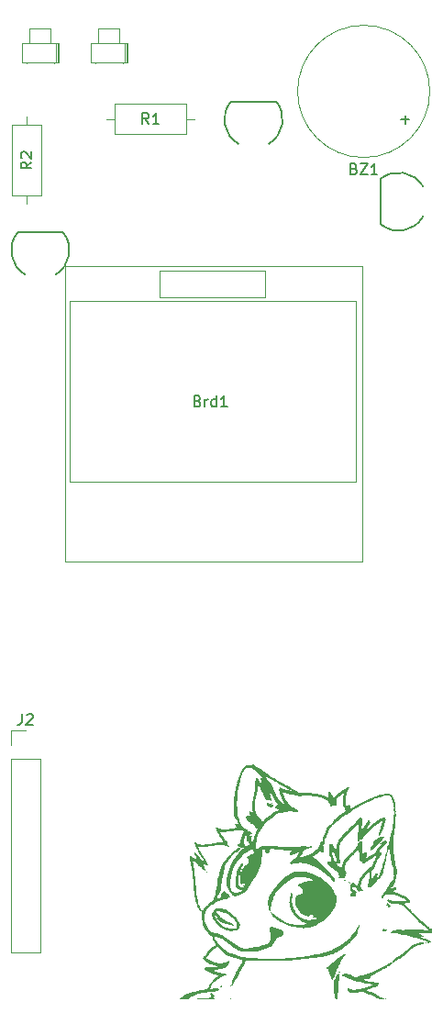
<source format=gbr>
%TF.GenerationSoftware,KiCad,Pcbnew,7.0.10+dfsg-1*%
%TF.CreationDate,2024-02-08T12:56:13+01:00*%
%TF.ProjectId,chibi_v2,63686962-695f-4763-922e-6b696361645f,rev?*%
%TF.SameCoordinates,Original*%
%TF.FileFunction,Legend,Top*%
%TF.FilePolarity,Positive*%
%FSLAX46Y46*%
G04 Gerber Fmt 4.6, Leading zero omitted, Abs format (unit mm)*
G04 Created by KiCad (PCBNEW 7.0.10+dfsg-1) date 2024-02-08 12:56:13*
%MOMM*%
%LPD*%
G01*
G04 APERTURE LIST*
%ADD10C,0.150000*%
%ADD11C,0.120000*%
%ADD12C,0.203200*%
G04 APERTURE END LIST*
D10*
X105229819Y-48426666D02*
X104753628Y-48759999D01*
X105229819Y-48998094D02*
X104229819Y-48998094D01*
X104229819Y-48998094D02*
X104229819Y-48617142D01*
X104229819Y-48617142D02*
X104277438Y-48521904D01*
X104277438Y-48521904D02*
X104325057Y-48474285D01*
X104325057Y-48474285D02*
X104420295Y-48426666D01*
X104420295Y-48426666D02*
X104563152Y-48426666D01*
X104563152Y-48426666D02*
X104658390Y-48474285D01*
X104658390Y-48474285D02*
X104706009Y-48521904D01*
X104706009Y-48521904D02*
X104753628Y-48617142D01*
X104753628Y-48617142D02*
X104753628Y-48998094D01*
X104325057Y-48045713D02*
X104277438Y-47998094D01*
X104277438Y-47998094D02*
X104229819Y-47902856D01*
X104229819Y-47902856D02*
X104229819Y-47664761D01*
X104229819Y-47664761D02*
X104277438Y-47569523D01*
X104277438Y-47569523D02*
X104325057Y-47521904D01*
X104325057Y-47521904D02*
X104420295Y-47474285D01*
X104420295Y-47474285D02*
X104515533Y-47474285D01*
X104515533Y-47474285D02*
X104658390Y-47521904D01*
X104658390Y-47521904D02*
X105229819Y-48093332D01*
X105229819Y-48093332D02*
X105229819Y-47474285D01*
X116038333Y-44904819D02*
X115705000Y-44428628D01*
X115466905Y-44904819D02*
X115466905Y-43904819D01*
X115466905Y-43904819D02*
X115847857Y-43904819D01*
X115847857Y-43904819D02*
X115943095Y-43952438D01*
X115943095Y-43952438D02*
X115990714Y-44000057D01*
X115990714Y-44000057D02*
X116038333Y-44095295D01*
X116038333Y-44095295D02*
X116038333Y-44238152D01*
X116038333Y-44238152D02*
X115990714Y-44333390D01*
X115990714Y-44333390D02*
X115943095Y-44381009D01*
X115943095Y-44381009D02*
X115847857Y-44428628D01*
X115847857Y-44428628D02*
X115466905Y-44428628D01*
X116990714Y-44904819D02*
X116419286Y-44904819D01*
X116705000Y-44904819D02*
X116705000Y-43904819D01*
X116705000Y-43904819D02*
X116609762Y-44047676D01*
X116609762Y-44047676D02*
X116514524Y-44142914D01*
X116514524Y-44142914D02*
X116419286Y-44190533D01*
X135009047Y-49041009D02*
X135151904Y-49088628D01*
X135151904Y-49088628D02*
X135199523Y-49136247D01*
X135199523Y-49136247D02*
X135247142Y-49231485D01*
X135247142Y-49231485D02*
X135247142Y-49374342D01*
X135247142Y-49374342D02*
X135199523Y-49469580D01*
X135199523Y-49469580D02*
X135151904Y-49517200D01*
X135151904Y-49517200D02*
X135056666Y-49564819D01*
X135056666Y-49564819D02*
X134675714Y-49564819D01*
X134675714Y-49564819D02*
X134675714Y-48564819D01*
X134675714Y-48564819D02*
X135009047Y-48564819D01*
X135009047Y-48564819D02*
X135104285Y-48612438D01*
X135104285Y-48612438D02*
X135151904Y-48660057D01*
X135151904Y-48660057D02*
X135199523Y-48755295D01*
X135199523Y-48755295D02*
X135199523Y-48850533D01*
X135199523Y-48850533D02*
X135151904Y-48945771D01*
X135151904Y-48945771D02*
X135104285Y-48993390D01*
X135104285Y-48993390D02*
X135009047Y-49041009D01*
X135009047Y-49041009D02*
X134675714Y-49041009D01*
X135580476Y-48564819D02*
X136247142Y-48564819D01*
X136247142Y-48564819D02*
X135580476Y-49564819D01*
X135580476Y-49564819D02*
X136247142Y-49564819D01*
X137151904Y-49564819D02*
X136580476Y-49564819D01*
X136866190Y-49564819D02*
X136866190Y-48564819D01*
X136866190Y-48564819D02*
X136770952Y-48707676D01*
X136770952Y-48707676D02*
X136675714Y-48802914D01*
X136675714Y-48802914D02*
X136580476Y-48850533D01*
X139319048Y-44523866D02*
X140080953Y-44523866D01*
X139700000Y-44904819D02*
X139700000Y-44142914D01*
X104348566Y-99359819D02*
X104348566Y-100074104D01*
X104348566Y-100074104D02*
X104300947Y-100216961D01*
X104300947Y-100216961D02*
X104205709Y-100312200D01*
X104205709Y-100312200D02*
X104062852Y-100359819D01*
X104062852Y-100359819D02*
X103967614Y-100359819D01*
X104777138Y-99455057D02*
X104824757Y-99407438D01*
X104824757Y-99407438D02*
X104919995Y-99359819D01*
X104919995Y-99359819D02*
X105158090Y-99359819D01*
X105158090Y-99359819D02*
X105253328Y-99407438D01*
X105253328Y-99407438D02*
X105300947Y-99455057D01*
X105300947Y-99455057D02*
X105348566Y-99550295D01*
X105348566Y-99550295D02*
X105348566Y-99645533D01*
X105348566Y-99645533D02*
X105300947Y-99788390D01*
X105300947Y-99788390D02*
X104729519Y-100359819D01*
X104729519Y-100359819D02*
X105348566Y-100359819D01*
X120563333Y-70475009D02*
X120706190Y-70522628D01*
X120706190Y-70522628D02*
X120753809Y-70570247D01*
X120753809Y-70570247D02*
X120801428Y-70665485D01*
X120801428Y-70665485D02*
X120801428Y-70808342D01*
X120801428Y-70808342D02*
X120753809Y-70903580D01*
X120753809Y-70903580D02*
X120706190Y-70951200D01*
X120706190Y-70951200D02*
X120610952Y-70998819D01*
X120610952Y-70998819D02*
X120230000Y-70998819D01*
X120230000Y-70998819D02*
X120230000Y-69998819D01*
X120230000Y-69998819D02*
X120563333Y-69998819D01*
X120563333Y-69998819D02*
X120658571Y-70046438D01*
X120658571Y-70046438D02*
X120706190Y-70094057D01*
X120706190Y-70094057D02*
X120753809Y-70189295D01*
X120753809Y-70189295D02*
X120753809Y-70284533D01*
X120753809Y-70284533D02*
X120706190Y-70379771D01*
X120706190Y-70379771D02*
X120658571Y-70427390D01*
X120658571Y-70427390D02*
X120563333Y-70475009D01*
X120563333Y-70475009D02*
X120230000Y-70475009D01*
X121230000Y-70998819D02*
X121230000Y-70332152D01*
X121230000Y-70522628D02*
X121277619Y-70427390D01*
X121277619Y-70427390D02*
X121325238Y-70379771D01*
X121325238Y-70379771D02*
X121420476Y-70332152D01*
X121420476Y-70332152D02*
X121515714Y-70332152D01*
X122277619Y-70998819D02*
X122277619Y-69998819D01*
X122277619Y-70951200D02*
X122182381Y-70998819D01*
X122182381Y-70998819D02*
X121991905Y-70998819D01*
X121991905Y-70998819D02*
X121896667Y-70951200D01*
X121896667Y-70951200D02*
X121849048Y-70903580D01*
X121849048Y-70903580D02*
X121801429Y-70808342D01*
X121801429Y-70808342D02*
X121801429Y-70522628D01*
X121801429Y-70522628D02*
X121849048Y-70427390D01*
X121849048Y-70427390D02*
X121896667Y-70379771D01*
X121896667Y-70379771D02*
X121991905Y-70332152D01*
X121991905Y-70332152D02*
X122182381Y-70332152D01*
X122182381Y-70332152D02*
X122277619Y-70379771D01*
X123277619Y-70998819D02*
X122706191Y-70998819D01*
X122991905Y-70998819D02*
X122991905Y-69998819D01*
X122991905Y-69998819D02*
X122896667Y-70141676D01*
X122896667Y-70141676D02*
X122801429Y-70236914D01*
X122801429Y-70236914D02*
X122706191Y-70284533D01*
D11*
%TO.C,R2*%
X104775000Y-44220000D02*
X104775000Y-44990000D01*
X104775000Y-52300000D02*
X104775000Y-51530000D01*
X103405000Y-51530000D02*
X106145000Y-51530000D01*
X106145000Y-44990000D02*
X103405000Y-44990000D01*
X106145000Y-51530000D02*
X106145000Y-44990000D01*
X103405000Y-44990000D02*
X103405000Y-51530000D01*
%TO.C,R1*%
X112165000Y-44450000D02*
X112935000Y-44450000D01*
X120245000Y-44450000D02*
X119475000Y-44450000D01*
X119475000Y-45820000D02*
X119475000Y-43080000D01*
X112935000Y-43080000D02*
X112935000Y-45820000D01*
X119475000Y-43080000D02*
X112935000Y-43080000D01*
X112935000Y-45820000D02*
X119475000Y-45820000D01*
D12*
%TO.C,Q3*%
X127830000Y-42850000D02*
X123630000Y-42850000D01*
X127130000Y-46750000D02*
G75*
G03*
X127830000Y-42850000I-1343401J2253944D01*
G01*
X123630001Y-42850001D02*
G75*
G03*
X124330000Y-46749999I1992097J-1655264D01*
G01*
%TO.C,Q2*%
X108145000Y-54915000D02*
X103945000Y-54915000D01*
X107445000Y-58815000D02*
G75*
G03*
X108145000Y-54915000I-1343401J2253944D01*
G01*
X103945001Y-54915001D02*
G75*
G03*
X104645000Y-58814999I1992097J-1655264D01*
G01*
%TO.C,Q1*%
X137465000Y-49970000D02*
X137465000Y-54170000D01*
X141365000Y-50670000D02*
G75*
G03*
X137465000Y-49970000I-2253944J-1343401D01*
G01*
X137465001Y-54169999D02*
G75*
G03*
X141364999Y-53470000I1655264J1992097D01*
G01*
D11*
%TO.C,D2*%
X110665000Y-39200000D02*
X114085000Y-39200000D01*
X113645000Y-39330000D02*
X113645000Y-39330000D01*
X113965000Y-39200000D02*
X113965000Y-37480000D01*
X111105000Y-39200000D02*
X111105000Y-39200000D01*
X111415000Y-36080000D02*
X111415000Y-37480000D01*
X114085000Y-37480000D02*
X110665000Y-37480000D01*
X113645000Y-39200000D02*
X113645000Y-39200000D01*
X113335000Y-37480000D02*
X113335000Y-36080000D01*
X113335000Y-36080000D02*
X111415000Y-36080000D01*
X113645000Y-39330000D02*
X113645000Y-39200000D01*
X110665000Y-37480000D02*
X110665000Y-39200000D01*
X113845000Y-39200000D02*
X113845000Y-37480000D01*
X111105000Y-39330000D02*
X111105000Y-39200000D01*
X111105000Y-39200000D02*
X111105000Y-39330000D01*
X114085000Y-39200000D02*
X114085000Y-37480000D01*
X111105000Y-39330000D02*
X111105000Y-39330000D01*
X111415000Y-37480000D02*
X113335000Y-37480000D01*
X113645000Y-39200000D02*
X113645000Y-39330000D01*
%TO.C,D1*%
X104315000Y-39200000D02*
X107735000Y-39200000D01*
X107295000Y-39330000D02*
X107295000Y-39330000D01*
X107615000Y-39200000D02*
X107615000Y-37480000D01*
X104755000Y-39200000D02*
X104755000Y-39200000D01*
X105065000Y-36080000D02*
X105065000Y-37480000D01*
X107735000Y-37480000D02*
X104315000Y-37480000D01*
X107295000Y-39200000D02*
X107295000Y-39200000D01*
X106985000Y-37480000D02*
X106985000Y-36080000D01*
X106985000Y-36080000D02*
X105065000Y-36080000D01*
X107295000Y-39330000D02*
X107295000Y-39200000D01*
X104315000Y-37480000D02*
X104315000Y-39200000D01*
X107495000Y-39200000D02*
X107495000Y-37480000D01*
X104755000Y-39330000D02*
X104755000Y-39200000D01*
X104755000Y-39200000D02*
X104755000Y-39330000D01*
X107735000Y-39200000D02*
X107735000Y-37480000D01*
X104755000Y-39330000D02*
X104755000Y-39330000D01*
X105065000Y-37480000D02*
X106985000Y-37480000D01*
X107295000Y-39200000D02*
X107295000Y-39330000D01*
%TO.C,BZ1*%
X141990000Y-41910000D02*
G75*
G03*
X129790000Y-41910000I-6100000J0D01*
G01*
X129790000Y-41910000D02*
G75*
G03*
X141990000Y-41910000I6100000J0D01*
G01*
%TO.C,J2*%
X103351900Y-100905000D02*
X104681900Y-100905000D01*
X103351900Y-102235000D02*
X103351900Y-100905000D01*
X103351900Y-103505000D02*
X103351900Y-121345000D01*
X103351900Y-103505000D02*
X106011900Y-103505000D01*
X103351900Y-121345000D02*
X106011900Y-121345000D01*
X106011900Y-103505000D02*
X106011900Y-121345000D01*
%TO.C,Brd1*%
X108330000Y-57990000D02*
X135730000Y-57990000D01*
X108330000Y-85290000D02*
X108330000Y-57990000D01*
X108752000Y-61285000D02*
X131852000Y-61285000D01*
X108752000Y-77885000D02*
X108752000Y-61285000D01*
X117031000Y-58479000D02*
X117031000Y-60892000D01*
X117031000Y-58479000D02*
X126810000Y-58479000D01*
X126810000Y-58479000D02*
X126810000Y-60892000D01*
X126810000Y-60892000D02*
X117031000Y-60892000D01*
X131852000Y-61285000D02*
X134938000Y-61285000D01*
X131852000Y-77885000D02*
X108752000Y-77885000D01*
X131852000Y-77885000D02*
X135192000Y-77910000D01*
X135192000Y-61273000D02*
X134938000Y-61285000D01*
X135192000Y-77910000D02*
X135192000Y-61273000D01*
X135730000Y-57990000D02*
X135730000Y-85290000D01*
X135730000Y-85290000D02*
X108330000Y-85290000D01*
%TO.C,G\u002A\u002A\u002A*%
G36*
X121882647Y-117045441D02*
G01*
X121863970Y-117064117D01*
X121845294Y-117045441D01*
X121863970Y-117026764D01*
X121882647Y-117045441D01*
G37*
G36*
X133462058Y-123021911D02*
G01*
X133443382Y-123040588D01*
X133424706Y-123021911D01*
X133443382Y-123003235D01*
X133462058Y-123021911D01*
G37*
G36*
X133910294Y-114580147D02*
G01*
X133891617Y-114598823D01*
X133872941Y-114580147D01*
X133891617Y-114561470D01*
X133910294Y-114580147D01*
G37*
G36*
X134545294Y-114878970D02*
G01*
X134526617Y-114897647D01*
X134507941Y-114878970D01*
X134526617Y-114860294D01*
X134545294Y-114878970D01*
G37*
G36*
X137346764Y-111330441D02*
G01*
X137328088Y-111349117D01*
X137309411Y-111330441D01*
X137328088Y-111311764D01*
X137346764Y-111330441D01*
G37*
G36*
X137944411Y-125636617D02*
G01*
X137925735Y-125655294D01*
X137907058Y-125636617D01*
X137925735Y-125617941D01*
X137944411Y-125636617D01*
G37*
G36*
X141941176Y-120593970D02*
G01*
X141922500Y-120612647D01*
X141903823Y-120593970D01*
X141922500Y-120575294D01*
X141941176Y-120593970D01*
G37*
G36*
X134614228Y-114912756D02*
G01*
X134654328Y-114950367D01*
X134646102Y-114971989D01*
X134640881Y-114972353D01*
X134609287Y-114945822D01*
X134597756Y-114929228D01*
X134593354Y-114903668D01*
X134614228Y-114912756D01*
G37*
G36*
X123653296Y-125593767D02*
G01*
X123694264Y-125617941D01*
X123690567Y-125647795D01*
X123634550Y-125647414D01*
X123544853Y-125617941D01*
X123499922Y-125594843D01*
X123520335Y-125585509D01*
X123570663Y-125583213D01*
X123653296Y-125593767D01*
G37*
G36*
X127448232Y-107567289D02*
G01*
X127448235Y-107569000D01*
X127439048Y-107640379D01*
X127411528Y-107639382D01*
X127390194Y-107610568D01*
X127390221Y-107552438D01*
X127406666Y-107528392D01*
X127438708Y-107514441D01*
X127448232Y-107567289D01*
G37*
G36*
X141639529Y-120435940D02*
G01*
X141706167Y-120456465D01*
X141709645Y-120494484D01*
X141683938Y-120516649D01*
X141636116Y-120509513D01*
X141606408Y-120483609D01*
X141584721Y-120443407D01*
X141625545Y-120435072D01*
X141639529Y-120435940D01*
G37*
G36*
X121452022Y-113904261D02*
G01*
X121500899Y-113964544D01*
X121532807Y-114019625D01*
X121537448Y-114034196D01*
X121498131Y-114022400D01*
X121461969Y-114012693D01*
X121416903Y-113983304D01*
X121417482Y-113960996D01*
X121406992Y-113931682D01*
X121378382Y-113926470D01*
X121337536Y-113909607D01*
X121340021Y-113890749D01*
X121387631Y-113868751D01*
X121452022Y-113904261D01*
G37*
G36*
X122842524Y-124398897D02*
G01*
X122841885Y-124446335D01*
X122772679Y-124519927D01*
X122705904Y-124570995D01*
X122622385Y-124616533D01*
X122575422Y-124612000D01*
X122574094Y-124610088D01*
X122582171Y-124577548D01*
X122608825Y-124572058D01*
X122659845Y-124547623D01*
X122667058Y-124525014D01*
X122692847Y-124476270D01*
X122750794Y-124426201D01*
X122811770Y-124395744D01*
X122842524Y-124398897D01*
G37*
G36*
X134003285Y-114615249D02*
G01*
X134092240Y-114653826D01*
X134204367Y-114706089D01*
X134318086Y-114761698D01*
X134411817Y-114810311D01*
X134463980Y-114841586D01*
X134466718Y-114843973D01*
X134469736Y-114860768D01*
X134414596Y-114844067D01*
X134308439Y-114796671D01*
X134171764Y-114728316D01*
X134059219Y-114667884D01*
X133983101Y-114622788D01*
X133957346Y-114601388D01*
X133959080Y-114600701D01*
X134003285Y-114615249D01*
G37*
G36*
X137866654Y-119203171D02*
G01*
X137959801Y-119230603D01*
X138010301Y-119272551D01*
X138012475Y-119279712D01*
X138001515Y-119360290D01*
X137953536Y-119427301D01*
X137893147Y-119449985D01*
X137831806Y-119437413D01*
X137733798Y-119412350D01*
X137710956Y-119406045D01*
X137608936Y-119365887D01*
X137574385Y-119315171D01*
X137600071Y-119242478D01*
X137603695Y-119236654D01*
X137661364Y-119203327D01*
X137758096Y-119193122D01*
X137866654Y-119203171D01*
G37*
G36*
X127059403Y-107588458D02*
G01*
X127181432Y-107616431D01*
X127320447Y-107659341D01*
X127357414Y-107672816D01*
X127459161Y-107718219D01*
X127506073Y-107763214D01*
X127515744Y-107825688D01*
X127515354Y-107833367D01*
X127494913Y-107931665D01*
X127455113Y-108002134D01*
X127415647Y-108021337D01*
X127366556Y-108009144D01*
X127281107Y-107984493D01*
X127280147Y-107984204D01*
X127162601Y-107928981D01*
X127051173Y-107844438D01*
X126965711Y-107749228D01*
X126926063Y-107662005D01*
X126925294Y-107650708D01*
X126933426Y-107596351D01*
X126972047Y-107579070D01*
X127059403Y-107588458D01*
G37*
G36*
X138140817Y-116823936D02*
G01*
X138235753Y-116875897D01*
X138269165Y-116947386D01*
X138263421Y-116978171D01*
X138273437Y-117007213D01*
X138301167Y-117002189D01*
X138345011Y-117006702D01*
X138349929Y-117055968D01*
X138315642Y-117130810D01*
X138303297Y-117148161D01*
X138233269Y-117207430D01*
X138165992Y-117192886D01*
X138136074Y-117163401D01*
X138113323Y-117107998D01*
X138121023Y-117086721D01*
X138116052Y-117075392D01*
X138083661Y-117084695D01*
X138021944Y-117081238D01*
X137991180Y-117025626D01*
X137997971Y-116936326D01*
X138014509Y-116891226D01*
X138060095Y-116825200D01*
X138122962Y-116818992D01*
X138140817Y-116823936D01*
G37*
G36*
X137785529Y-110672386D02*
G01*
X137816544Y-110690183D01*
X137820145Y-110697498D01*
X137801331Y-110740037D01*
X137739272Y-110817587D01*
X137646266Y-110915204D01*
X137620354Y-110940293D01*
X137514146Y-111042981D01*
X137372136Y-111182320D01*
X137211030Y-111341821D01*
X137047535Y-111504994D01*
X137007459Y-111545220D01*
X136828517Y-111721025D01*
X136693332Y-111843352D01*
X136596780Y-111915219D01*
X136533740Y-111939644D01*
X136499089Y-111919645D01*
X136487706Y-111858242D01*
X136487647Y-111851527D01*
X136513630Y-111725814D01*
X136585304Y-111570538D01*
X136680707Y-111423299D01*
X136734596Y-111331814D01*
X136792215Y-111206718D01*
X136816487Y-111143929D01*
X136862957Y-111030982D01*
X136912887Y-110967479D01*
X136988045Y-110930435D01*
X137030759Y-110917681D01*
X137143014Y-110869193D01*
X137211124Y-110804747D01*
X137214185Y-110798672D01*
X137267535Y-110740164D01*
X137372350Y-110705437D01*
X137419627Y-110697989D01*
X137599093Y-110676274D01*
X137717053Y-110667745D01*
X137785529Y-110672386D01*
G37*
G36*
X121905871Y-125082647D02*
G01*
X121982874Y-125146196D01*
X122074008Y-125231118D01*
X122161666Y-125320237D01*
X122228237Y-125396377D01*
X122256114Y-125442362D01*
X122256176Y-125443490D01*
X122224000Y-125455754D01*
X122144252Y-125450464D01*
X122120041Y-125446375D01*
X122035351Y-125436682D01*
X122007784Y-125455712D01*
X122036169Y-125511674D01*
X122099559Y-125589926D01*
X122114281Y-125611361D01*
X122110993Y-125627524D01*
X122081162Y-125639155D01*
X122016258Y-125646997D01*
X121907747Y-125651789D01*
X121747099Y-125654272D01*
X121525782Y-125655188D01*
X121346818Y-125655294D01*
X121110068Y-125654590D01*
X120900665Y-125652620D01*
X120729356Y-125649598D01*
X120606887Y-125645734D01*
X120544004Y-125641244D01*
X120537941Y-125639285D01*
X120561059Y-125603561D01*
X120597928Y-125563290D01*
X120663443Y-125525566D01*
X120703131Y-125540830D01*
X120771858Y-125570103D01*
X120857924Y-125583562D01*
X120926117Y-125583120D01*
X121043331Y-125578869D01*
X121192049Y-125571817D01*
X121354754Y-125562974D01*
X121513928Y-125553348D01*
X121652057Y-125543946D01*
X121751621Y-125535777D01*
X121795106Y-125529850D01*
X121795545Y-125529591D01*
X121791673Y-125493756D01*
X121774795Y-125408240D01*
X121761609Y-125348701D01*
X121745502Y-125201414D01*
X121772913Y-125102453D01*
X121841385Y-125059033D01*
X121860610Y-125057647D01*
X121905871Y-125082647D01*
G37*
G36*
X133704853Y-123040588D02*
G01*
X133694715Y-123072375D01*
X133660366Y-123080566D01*
X133617042Y-123086004D01*
X133640624Y-123103399D01*
X133667500Y-123115294D01*
X133709774Y-123140757D01*
X133700694Y-123150021D01*
X133674991Y-123183301D01*
X133676762Y-123244605D01*
X133679825Y-123329967D01*
X133669851Y-123457653D01*
X133653626Y-123571444D01*
X133636441Y-123694062D01*
X133616997Y-123870741D01*
X133597311Y-124080957D01*
X133579398Y-124304188D01*
X133573670Y-124385294D01*
X133555352Y-124648556D01*
X133539983Y-124848760D01*
X133526222Y-124997434D01*
X133512730Y-125106102D01*
X133498165Y-125186289D01*
X133481186Y-125249523D01*
X133469019Y-125284832D01*
X133451022Y-125383584D01*
X133451681Y-125503585D01*
X133452970Y-125515220D01*
X133459538Y-125606789D01*
X133440941Y-125646337D01*
X133385829Y-125655261D01*
X133378675Y-125655294D01*
X133315472Y-125641849D01*
X133272818Y-125589051D01*
X133240189Y-125498656D01*
X133218123Y-125395813D01*
X133195580Y-125241734D01*
X133175638Y-125059805D01*
X133164586Y-124924234D01*
X133151029Y-124752888D01*
X133136230Y-124608251D01*
X133122119Y-124507127D01*
X133112122Y-124467954D01*
X133108403Y-124407525D01*
X133128802Y-124282102D01*
X133172138Y-124096984D01*
X133237230Y-123857467D01*
X133283574Y-123698770D01*
X133338325Y-123541435D01*
X133369776Y-123486391D01*
X133545922Y-123486391D01*
X133551032Y-123488823D01*
X133585120Y-123462527D01*
X133592794Y-123451470D01*
X133602312Y-123416549D01*
X133597203Y-123414117D01*
X133563115Y-123440413D01*
X133555441Y-123451470D01*
X133545922Y-123486391D01*
X133369776Y-123486391D01*
X133389725Y-123451478D01*
X133429811Y-123423605D01*
X133487701Y-123387176D01*
X133499411Y-123357728D01*
X133529767Y-123305640D01*
X133563732Y-123285369D01*
X133605785Y-123259848D01*
X133578603Y-123230149D01*
X133575194Y-123228018D01*
X133542346Y-123189423D01*
X133555074Y-123124832D01*
X133566102Y-123099292D01*
X133619821Y-123019719D01*
X133673312Y-123008903D01*
X133704853Y-123040588D01*
G37*
G36*
X134220186Y-121526865D02*
G01*
X134223121Y-121551199D01*
X134180003Y-121602953D01*
X134124319Y-121658529D01*
X134060690Y-121734643D01*
X133981150Y-121849004D01*
X133895648Y-121984627D01*
X133814133Y-122124525D01*
X133746553Y-122251714D01*
X133702857Y-122349206D01*
X133692009Y-122396635D01*
X133665944Y-122431591D01*
X133616231Y-122461283D01*
X133543219Y-122519052D01*
X133509716Y-122592468D01*
X133524935Y-122655983D01*
X133541059Y-122669712D01*
X133567277Y-122699581D01*
X133526379Y-122725075D01*
X133471248Y-122761824D01*
X133469126Y-122793869D01*
X133519673Y-122798019D01*
X133527426Y-122796058D01*
X133544539Y-122796614D01*
X133501514Y-122821489D01*
X133489191Y-122827476D01*
X133424845Y-122868685D01*
X133409996Y-122901178D01*
X133411144Y-122902516D01*
X133408151Y-122945160D01*
X133368883Y-123003006D01*
X133327896Y-123058129D01*
X133342341Y-123077770D01*
X133353549Y-123078513D01*
X133385800Y-123086119D01*
X133357366Y-123109951D01*
X133318358Y-123156114D01*
X133316707Y-123174746D01*
X133309535Y-123231709D01*
X133285800Y-123302058D01*
X133258025Y-123377374D01*
X133250044Y-123414117D01*
X133235592Y-123455964D01*
X133196082Y-123533622D01*
X133189795Y-123544853D01*
X133132782Y-123657309D01*
X133089709Y-123759632D01*
X133045833Y-123833521D01*
X132996071Y-123862353D01*
X132949140Y-123847677D01*
X132945047Y-123834338D01*
X132940486Y-123790213D01*
X132911778Y-123707720D01*
X132854643Y-123575415D01*
X132819858Y-123499468D01*
X132776158Y-123399549D01*
X132749743Y-123328477D01*
X132746253Y-123312703D01*
X132732514Y-123261805D01*
X132699480Y-123173457D01*
X132690927Y-123152647D01*
X132656243Y-123066303D01*
X132638820Y-123016342D01*
X132638298Y-123012573D01*
X132639906Y-122972650D01*
X132640294Y-122924173D01*
X132623928Y-122865801D01*
X132569723Y-122863565D01*
X132485089Y-122863847D01*
X132448326Y-122849817D01*
X132424593Y-122824547D01*
X132470113Y-122816506D01*
X132472206Y-122816470D01*
X132521271Y-122809966D01*
X132501248Y-122785997D01*
X132490882Y-122779117D01*
X132462666Y-122749236D01*
X132478670Y-122742336D01*
X132531770Y-122717918D01*
X132608781Y-122658040D01*
X132629275Y-122639044D01*
X132749331Y-122527269D01*
X132892537Y-122401389D01*
X133068319Y-122253454D01*
X133286097Y-122075517D01*
X133519194Y-121888418D01*
X133644122Y-121796558D01*
X133786036Y-121704206D01*
X133928042Y-121620942D01*
X134053246Y-121556347D01*
X134144753Y-121520001D01*
X134176383Y-121515729D01*
X134220186Y-121526865D01*
G37*
G36*
X122684926Y-117284980D02*
G01*
X122842215Y-117313540D01*
X122996831Y-117350032D01*
X123077941Y-117373953D01*
X123189637Y-117422781D01*
X123332817Y-117501924D01*
X123480287Y-117595458D01*
X123582206Y-117669259D01*
X123827108Y-117865664D01*
X124009759Y-118022460D01*
X124130842Y-118140289D01*
X124191045Y-118219791D01*
X124198529Y-118245353D01*
X124218986Y-118285178D01*
X124272184Y-118365880D01*
X124334358Y-118453115D01*
X124437250Y-118632807D01*
X124470411Y-118804978D01*
X124435414Y-118984401D01*
X124399726Y-119067615D01*
X124289132Y-119212530D01*
X124125477Y-119312647D01*
X123916572Y-119366472D01*
X123670228Y-119372512D01*
X123394260Y-119329273D01*
X123246029Y-119288208D01*
X123034013Y-119217023D01*
X122875032Y-119151045D01*
X122749197Y-119079249D01*
X122636624Y-118990608D01*
X122538751Y-118896078D01*
X122443618Y-118802809D01*
X122367468Y-118735427D01*
X122325974Y-118707744D01*
X122324931Y-118707647D01*
X122286436Y-118677422D01*
X122244184Y-118607480D01*
X122212870Y-118528921D01*
X122207189Y-118472845D01*
X122210975Y-118466476D01*
X122208144Y-118449698D01*
X122187475Y-118452402D01*
X122125739Y-118432594D01*
X122060265Y-118355856D01*
X121997939Y-118239203D01*
X121945646Y-118099654D01*
X121910272Y-117954222D01*
X121910141Y-117952703D01*
X122149935Y-117952703D01*
X122182310Y-118094223D01*
X122217714Y-118146074D01*
X122279609Y-118232151D01*
X122313614Y-118301201D01*
X122346798Y-118359167D01*
X122369793Y-118371470D01*
X122408213Y-118401343D01*
X122456673Y-118474193D01*
X122461592Y-118483480D01*
X122544771Y-118606453D01*
X122664182Y-118738246D01*
X122797699Y-118857831D01*
X122923193Y-118944179D01*
X122969162Y-118965846D01*
X123077601Y-119008277D01*
X123167237Y-119045674D01*
X123171323Y-119047493D01*
X123300727Y-119091924D01*
X123474422Y-119134110D01*
X123662092Y-119168027D01*
X123833417Y-119187649D01*
X123889053Y-119190123D01*
X124011028Y-119186530D01*
X124081199Y-119166165D01*
X124121822Y-119122092D01*
X124124845Y-119116620D01*
X124142569Y-119048863D01*
X124152338Y-118941791D01*
X124154527Y-118817358D01*
X124149509Y-118697521D01*
X124137657Y-118604233D01*
X124119347Y-118559450D01*
X124115341Y-118558235D01*
X124088575Y-118528593D01*
X124086629Y-118511544D01*
X124058723Y-118457366D01*
X123983347Y-118370441D01*
X123873358Y-118262083D01*
X123741617Y-118143605D01*
X123600981Y-118026322D01*
X123464308Y-117921548D01*
X123344458Y-117840597D01*
X123288799Y-117809550D01*
X123173340Y-117755183D01*
X123085521Y-117718565D01*
X123046005Y-117707825D01*
X122990539Y-117701392D01*
X122894252Y-117674558D01*
X122785353Y-117635489D01*
X122760441Y-117625184D01*
X122685855Y-117599598D01*
X122580826Y-117570500D01*
X122469093Y-117543508D01*
X122374396Y-117524235D01*
X122320476Y-117518296D01*
X122315769Y-117520009D01*
X122291289Y-117554753D01*
X122254945Y-117603567D01*
X122228349Y-117648527D01*
X122242292Y-117650863D01*
X122285892Y-117663626D01*
X122359303Y-117718934D01*
X122446418Y-117800402D01*
X122531133Y-117891646D01*
X122597340Y-117976280D01*
X122628935Y-118037921D01*
X122629706Y-118044980D01*
X122659515Y-118083672D01*
X122739033Y-118149923D01*
X122853390Y-118233729D01*
X122987717Y-118325086D01*
X123127147Y-118413992D01*
X123256811Y-118490443D01*
X123361841Y-118544435D01*
X123388835Y-118555723D01*
X123497939Y-118585664D01*
X123582558Y-118595588D01*
X123647667Y-118615261D01*
X123731587Y-118664632D01*
X123816618Y-118729224D01*
X123885056Y-118794562D01*
X123919198Y-118846172D01*
X123913513Y-118866206D01*
X123862633Y-118868941D01*
X123757071Y-118858612D01*
X123615116Y-118838162D01*
X123455059Y-118810529D01*
X123295188Y-118778653D01*
X123153794Y-118745475D01*
X123140309Y-118741914D01*
X122953446Y-118664606D01*
X122755096Y-118537061D01*
X122566697Y-118376100D01*
X122409688Y-118198544D01*
X122364686Y-118133341D01*
X122291109Y-118002938D01*
X122237516Y-117880616D01*
X122215465Y-117792770D01*
X122215455Y-117792500D01*
X122211334Y-117717972D01*
X122202152Y-117714065D01*
X122181470Y-117773823D01*
X122149935Y-117952703D01*
X121910141Y-117952703D01*
X121898702Y-117819926D01*
X121905344Y-117755147D01*
X121947441Y-117625292D01*
X122011820Y-117509510D01*
X122084780Y-117427905D01*
X122147164Y-117400294D01*
X122206215Y-117385933D01*
X122218823Y-117367297D01*
X122253325Y-117330795D01*
X122345954Y-117294671D01*
X122461617Y-117268625D01*
X122549786Y-117268595D01*
X122684926Y-117284980D01*
G37*
G36*
X141408572Y-120418463D02*
G01*
X141474518Y-120434445D01*
X141472495Y-120450458D01*
X141435867Y-120466550D01*
X141386809Y-120488870D01*
X141406450Y-120496754D01*
X141429778Y-120497962D01*
X141484104Y-120509612D01*
X141480462Y-120531810D01*
X141433024Y-120555690D01*
X141355961Y-120572386D01*
X141306176Y-120575294D01*
X141207456Y-120584104D01*
X141144582Y-120605946D01*
X141138088Y-120612647D01*
X141086029Y-120642718D01*
X141033163Y-120649974D01*
X140968288Y-120665489D01*
X140861519Y-120705965D01*
X140732260Y-120762268D01*
X140599915Y-120825260D01*
X140483889Y-120885807D01*
X140403586Y-120934772D01*
X140378578Y-120958161D01*
X140335584Y-120983671D01*
X140312279Y-120986176D01*
X140265309Y-121011290D01*
X140179619Y-121079313D01*
X140068231Y-121179269D01*
X139967060Y-121277155D01*
X139745259Y-121492121D01*
X139553653Y-121661660D01*
X139375905Y-121798789D01*
X139195677Y-121916523D01*
X139083676Y-121980994D01*
X138980973Y-122045973D01*
X138866870Y-122129396D01*
X138841710Y-122149557D01*
X138753477Y-122214406D01*
X138684203Y-122252212D01*
X138667396Y-122256176D01*
X138616308Y-122275807D01*
X138610539Y-122284191D01*
X138575345Y-122318015D01*
X138496664Y-122378612D01*
X138393441Y-122452816D01*
X138284624Y-122527465D01*
X138189162Y-122589393D01*
X138126001Y-122625437D01*
X138113233Y-122629706D01*
X138067714Y-122651712D01*
X138036422Y-122676397D01*
X137939346Y-122758329D01*
X137859119Y-122808001D01*
X137760477Y-122846680D01*
X137746203Y-122851436D01*
X137658214Y-122888278D01*
X137610859Y-122923301D01*
X137608235Y-122930714D01*
X137576573Y-122963930D01*
X137514853Y-122987896D01*
X137444956Y-123015791D01*
X137421470Y-123041901D01*
X137391772Y-123078640D01*
X137320195Y-123124614D01*
X137318750Y-123125361D01*
X137062633Y-123257543D01*
X136865368Y-123360722D01*
X136719280Y-123439886D01*
X136616695Y-123500021D01*
X136549939Y-123546116D01*
X136511338Y-123583158D01*
X136493218Y-123616134D01*
X136487905Y-123650033D01*
X136487647Y-123665513D01*
X136467741Y-123720687D01*
X136397651Y-123760834D01*
X136328897Y-123781447D01*
X136202957Y-123806829D01*
X136088272Y-123818882D01*
X136065870Y-123818986D01*
X135980390Y-123825143D01*
X135935193Y-123842061D01*
X135936198Y-123880548D01*
X135987947Y-123924106D01*
X136068700Y-123959730D01*
X136156405Y-123974411D01*
X136239834Y-123986499D01*
X136281852Y-124011193D01*
X136333453Y-124039841D01*
X136386777Y-124045792D01*
X136491727Y-124052228D01*
X136543676Y-124061174D01*
X136641238Y-124079150D01*
X136774801Y-124097745D01*
X136919598Y-124114258D01*
X137050861Y-124125988D01*
X137143825Y-124130233D01*
X137166029Y-124129060D01*
X137235270Y-124141885D01*
X137260830Y-124196285D01*
X137247178Y-124276720D01*
X137198784Y-124367648D01*
X137120117Y-124453526D01*
X137060508Y-124496008D01*
X136940422Y-124553661D01*
X136798291Y-124604586D01*
X136757348Y-124615938D01*
X136630260Y-124653353D01*
X136518470Y-124695096D01*
X136488673Y-124709091D01*
X136389072Y-124746589D01*
X136314794Y-124758593D01*
X136228041Y-124783742D01*
X136188823Y-124814853D01*
X136165810Y-124860712D01*
X136180797Y-124870882D01*
X136228633Y-124885886D01*
X136328240Y-124926495D01*
X136463985Y-124986104D01*
X136586915Y-125042480D01*
X136764831Y-125125499D01*
X136942614Y-125208416D01*
X137094117Y-125279037D01*
X137160000Y-125309725D01*
X137290513Y-125374327D01*
X137408128Y-125438963D01*
X137464589Y-125474304D01*
X137549064Y-125523333D01*
X137613679Y-125544908D01*
X137614001Y-125544920D01*
X137681498Y-125560883D01*
X137774393Y-125597035D01*
X137776323Y-125597915D01*
X137826928Y-125623200D01*
X137836659Y-125638500D01*
X137796336Y-125646373D01*
X137696780Y-125649376D01*
X137589558Y-125649943D01*
X137400613Y-125643694D01*
X137257958Y-125620804D01*
X137134151Y-125576654D01*
X137122647Y-125571315D01*
X137029731Y-125527160D01*
X136886030Y-125458518D01*
X136708073Y-125373298D01*
X136512390Y-125279412D01*
X136418530Y-125234317D01*
X136198718Y-125130304D01*
X136028251Y-125057155D01*
X135889681Y-125012268D01*
X135765561Y-124993044D01*
X135638443Y-124996883D01*
X135490880Y-125021184D01*
X135305425Y-125063346D01*
X135292353Y-125066473D01*
X135086964Y-125096937D01*
X134881824Y-125094970D01*
X134699732Y-125062708D01*
X134563493Y-125002284D01*
X134557036Y-124997633D01*
X134479856Y-124917814D01*
X134445296Y-124810757D01*
X134440425Y-124764427D01*
X134442781Y-124654354D01*
X134472936Y-124613354D01*
X134533308Y-124640421D01*
X134595308Y-124699833D01*
X134660558Y-124754207D01*
X134744786Y-124784209D01*
X134873333Y-124798006D01*
X134904498Y-124799454D01*
X135030173Y-124801206D01*
X135125867Y-124796355D01*
X135164429Y-124788335D01*
X135216985Y-124774381D01*
X135321141Y-124757522D01*
X135450710Y-124741813D01*
X135580737Y-124723842D01*
X135678906Y-124701999D01*
X135723723Y-124681186D01*
X135774983Y-124651723D01*
X135813209Y-124646764D01*
X135888912Y-124635451D01*
X136008678Y-124606458D01*
X136146208Y-124567206D01*
X136275201Y-124525116D01*
X136356911Y-124493355D01*
X136441417Y-124459571D01*
X136553623Y-124419012D01*
X136574861Y-124411756D01*
X136718105Y-124363370D01*
X136332067Y-124277859D01*
X136162388Y-124238862D01*
X136012553Y-124201864D01*
X135902410Y-124171902D01*
X135860227Y-124158086D01*
X135761564Y-124130543D01*
X135701477Y-124123823D01*
X135641722Y-124109036D01*
X135628529Y-124089287D01*
X135596277Y-124070070D01*
X135517397Y-124068706D01*
X135505098Y-124070060D01*
X135393964Y-124064779D01*
X135251992Y-124032711D01*
X135178260Y-124007857D01*
X135038047Y-123954605D01*
X134865069Y-123889156D01*
X134696502Y-123825575D01*
X134694706Y-123824899D01*
X134432196Y-123725702D01*
X134232003Y-123648456D01*
X134086389Y-123589157D01*
X133987619Y-123543802D01*
X133927954Y-123508387D01*
X133899660Y-123478910D01*
X133894999Y-123451367D01*
X133906235Y-123421754D01*
X133908249Y-123417938D01*
X133975119Y-123364173D01*
X134109483Y-123330882D01*
X134132261Y-123327952D01*
X134217203Y-123321005D01*
X134297848Y-123324409D01*
X134387825Y-123341977D01*
X134500767Y-123377521D01*
X134650303Y-123434852D01*
X134850065Y-123517783D01*
X134925496Y-123549785D01*
X135137610Y-123640032D01*
X135429760Y-123560048D01*
X135583973Y-123517873D01*
X135724112Y-123479627D01*
X135823393Y-123452616D01*
X135833970Y-123449752D01*
X135938099Y-123419756D01*
X136070875Y-123379223D01*
X136127798Y-123361229D01*
X136239151Y-123332198D01*
X136322940Y-123322293D01*
X136348349Y-123326986D01*
X136369193Y-123326982D01*
X136360478Y-123307830D01*
X136368565Y-123275476D01*
X136447171Y-123264706D01*
X136448089Y-123264706D01*
X136527720Y-123254280D01*
X136562308Y-123229093D01*
X136562353Y-123228064D01*
X136594306Y-123193933D01*
X136665073Y-123166884D01*
X136756319Y-123137267D01*
X136810204Y-123109123D01*
X136856582Y-123082309D01*
X136958148Y-123029094D01*
X136972294Y-123021911D01*
X137085294Y-123021911D01*
X137103970Y-123040588D01*
X137122647Y-123021911D01*
X137103970Y-123003235D01*
X137085294Y-123021911D01*
X136972294Y-123021911D01*
X137102843Y-122955621D01*
X137278609Y-122868030D01*
X137421470Y-122797794D01*
X137613234Y-122703070D01*
X137783504Y-122617134D01*
X137920005Y-122546325D01*
X138010458Y-122496985D01*
X138040366Y-122478159D01*
X138144113Y-122407203D01*
X138252507Y-122356024D01*
X138343128Y-122333247D01*
X138390366Y-122343542D01*
X138424049Y-122360458D01*
X138430000Y-122334088D01*
X138456243Y-122283254D01*
X138523436Y-122206565D01*
X138577902Y-122155355D01*
X138666444Y-122069623D01*
X138729307Y-121993787D01*
X138745934Y-121963517D01*
X138793431Y-121899375D01*
X138850164Y-121860170D01*
X139152286Y-121697246D01*
X139408390Y-121523567D01*
X139573873Y-121387071D01*
X139686765Y-121292686D01*
X139780525Y-121224621D01*
X139840472Y-121193111D01*
X139851928Y-121193173D01*
X139882383Y-121183970D01*
X139886764Y-121160389D01*
X139912587Y-121100237D01*
X139975591Y-121025862D01*
X139983933Y-121018111D01*
X140074215Y-120936008D01*
X140152939Y-120863861D01*
X140245370Y-120800330D01*
X140404766Y-120717170D01*
X140626624Y-120616508D01*
X140906439Y-120500472D01*
X141004892Y-120461457D01*
X141096045Y-120432811D01*
X141139671Y-120441069D01*
X141148062Y-120455804D01*
X141175829Y-120479646D01*
X141235286Y-120449825D01*
X141326365Y-120418012D01*
X141408572Y-120418463D01*
G37*
G36*
X130635346Y-113941705D02*
G01*
X131078905Y-114070314D01*
X131463676Y-114226937D01*
X131555578Y-114265565D01*
X131644650Y-114299653D01*
X131827580Y-114383782D01*
X132034031Y-114506676D01*
X132238188Y-114651005D01*
X132414234Y-114799437D01*
X132466667Y-114851495D01*
X132639131Y-115034696D01*
X132770282Y-115180457D01*
X132871482Y-115304313D01*
X132954094Y-115421798D01*
X133029479Y-115548447D01*
X133109001Y-115699796D01*
X133156105Y-115794117D01*
X133368676Y-116223676D01*
X133360326Y-116559853D01*
X133352644Y-116719404D01*
X133339298Y-116856974D01*
X133322678Y-116950580D01*
X133315674Y-116970735D01*
X133278975Y-117049666D01*
X133228485Y-117162172D01*
X133205875Y-117213529D01*
X133143471Y-117336374D01*
X133073999Y-117445337D01*
X133050473Y-117475000D01*
X132979482Y-117562675D01*
X132894216Y-117676929D01*
X132857291Y-117729131D01*
X132652802Y-117980353D01*
X132392170Y-118232599D01*
X132092703Y-118473272D01*
X131771711Y-118689775D01*
X131446503Y-118869511D01*
X131134390Y-118999884D01*
X131092223Y-119013637D01*
X130925488Y-119062360D01*
X130782355Y-119093337D01*
X130635501Y-119110270D01*
X130457603Y-119116860D01*
X130326255Y-119117393D01*
X130149037Y-119113926D01*
X129995558Y-119105377D01*
X129883478Y-119093080D01*
X129832971Y-119080135D01*
X129757695Y-119052752D01*
X129646251Y-119028950D01*
X129611710Y-119023988D01*
X129455884Y-118995897D01*
X129260396Y-118948537D01*
X129049769Y-118889100D01*
X128848526Y-118824778D01*
X128681189Y-118762762D01*
X128606176Y-118729106D01*
X128471418Y-118661157D01*
X128316807Y-118583040D01*
X128241673Y-118545018D01*
X128011943Y-118413546D01*
X127795765Y-118262079D01*
X127612991Y-118105762D01*
X127494926Y-117975394D01*
X127426892Y-117878390D01*
X127382841Y-117802659D01*
X127373529Y-117775394D01*
X127350997Y-117737809D01*
X127343094Y-117736470D01*
X127306019Y-117704033D01*
X127257042Y-117620159D01*
X127205602Y-117505003D01*
X127161136Y-117378721D01*
X127141939Y-117306911D01*
X127136039Y-117279768D01*
X127285255Y-117279768D01*
X127292107Y-117380089D01*
X127295789Y-117442945D01*
X127329248Y-117526553D01*
X127416416Y-117640304D01*
X127547217Y-117775446D01*
X127711577Y-117923230D01*
X127899421Y-118074904D01*
X128100674Y-118221719D01*
X128305261Y-118354923D01*
X128427180Y-118425638D01*
X128635993Y-118527868D01*
X128873013Y-118623435D01*
X129121211Y-118707375D01*
X129363559Y-118774723D01*
X129583029Y-118820515D01*
X129762590Y-118839785D01*
X129838823Y-118837205D01*
X129945929Y-118825537D01*
X130092598Y-118810507D01*
X130222210Y-118797779D01*
X130352337Y-118781042D01*
X130450440Y-118760483D01*
X130495223Y-118740593D01*
X130544933Y-118713951D01*
X130595984Y-118707647D01*
X130622655Y-118696450D01*
X130594230Y-118668025D01*
X130526022Y-118630119D01*
X130433340Y-118590478D01*
X130392253Y-118576911D01*
X130847353Y-118576911D01*
X130866029Y-118595588D01*
X130884706Y-118576911D01*
X130866029Y-118558235D01*
X130847353Y-118576911D01*
X130392253Y-118576911D01*
X130331498Y-118556850D01*
X130268787Y-118542099D01*
X130182456Y-118518114D01*
X130138911Y-118490768D01*
X130137647Y-118486193D01*
X130106465Y-118453099D01*
X130059183Y-118434370D01*
X130004899Y-118401418D01*
X130009281Y-118367637D01*
X130014145Y-118336432D01*
X129983136Y-118342415D01*
X129927659Y-118328138D01*
X129838397Y-118266772D01*
X129727172Y-118170398D01*
X129605806Y-118051095D01*
X129486121Y-117920944D01*
X129379941Y-117792024D01*
X129299085Y-117676416D01*
X129262185Y-117605735D01*
X129248079Y-117568382D01*
X129353235Y-117568382D01*
X129371911Y-117587058D01*
X129390588Y-117568382D01*
X129371911Y-117549706D01*
X129353235Y-117568382D01*
X129248079Y-117568382D01*
X129191656Y-117418970D01*
X129278529Y-117418970D01*
X129297206Y-117437647D01*
X129315882Y-117418970D01*
X129297206Y-117400294D01*
X129278529Y-117418970D01*
X129191656Y-117418970D01*
X129153998Y-117319251D01*
X129080768Y-117083746D01*
X129038973Y-116886169D01*
X129025279Y-116727935D01*
X129031153Y-116597916D01*
X129050465Y-116437463D01*
X129079365Y-116265921D01*
X129114005Y-116102633D01*
X129150537Y-115966945D01*
X129185112Y-115878201D01*
X129198010Y-115859695D01*
X129241359Y-115861568D01*
X129295693Y-115904505D01*
X129334591Y-115957379D01*
X129344639Y-116014992D01*
X129327796Y-116104756D01*
X129313725Y-116156673D01*
X129289686Y-116280741D01*
X129271430Y-116446978D01*
X129262352Y-116622886D01*
X129261959Y-116652388D01*
X129289880Y-116977939D01*
X129380965Y-117280108D01*
X129539432Y-117569933D01*
X129686927Y-117764521D01*
X129902580Y-117996313D01*
X130101957Y-118158261D01*
X130288299Y-118252632D01*
X130425129Y-118280687D01*
X130557672Y-118298046D01*
X130678130Y-118327292D01*
X130705351Y-118337187D01*
X130792220Y-118355758D01*
X130913559Y-118359365D01*
X131055239Y-118350524D01*
X131203134Y-118331753D01*
X131343115Y-118305569D01*
X131461056Y-118274489D01*
X131542827Y-118241030D01*
X131574302Y-118207710D01*
X131557970Y-118185269D01*
X131484631Y-118169515D01*
X131441464Y-118174807D01*
X131350868Y-118180110D01*
X131276688Y-118169311D01*
X131211488Y-118143688D01*
X131207616Y-118101007D01*
X131222714Y-118069224D01*
X131234755Y-117979271D01*
X131196917Y-117887897D01*
X131126010Y-117824124D01*
X131073277Y-117811176D01*
X130977578Y-117843799D01*
X130905929Y-117922954D01*
X130884706Y-118000609D01*
X130874942Y-118049702D01*
X130837246Y-118068124D01*
X130759010Y-118055908D01*
X130627625Y-118013090D01*
X130595382Y-118001413D01*
X130367240Y-117902750D01*
X130180471Y-117782076D01*
X130001743Y-117617336D01*
X129979579Y-117593906D01*
X129824958Y-117396762D01*
X129704830Y-117167161D01*
X129610416Y-116887249D01*
X129586771Y-116794851D01*
X129555265Y-116649336D01*
X129545152Y-116539767D01*
X129556106Y-116430611D01*
X129582295Y-116309263D01*
X129624404Y-116165320D01*
X129664729Y-116093291D01*
X129687425Y-116085234D01*
X129781150Y-116085160D01*
X129909286Y-116060743D01*
X130042512Y-116020402D01*
X130151505Y-115972553D01*
X130198122Y-115938616D01*
X130258696Y-115820354D01*
X130262377Y-115677030D01*
X130214688Y-115524634D01*
X130121148Y-115379158D01*
X129987282Y-115256593D01*
X129955435Y-115235795D01*
X129871446Y-115176490D01*
X129826702Y-115129091D01*
X129824625Y-115114518D01*
X129867762Y-115083275D01*
X129961273Y-115033160D01*
X130086205Y-114973137D01*
X130223604Y-114912166D01*
X130354517Y-114859211D01*
X130399117Y-114842878D01*
X130556973Y-114805468D01*
X130782306Y-114781069D01*
X131077902Y-114769404D01*
X131153683Y-114768512D01*
X131263143Y-114763939D01*
X131329868Y-114753709D01*
X131340447Y-114742907D01*
X131294940Y-114717467D01*
X131200273Y-114673445D01*
X131076576Y-114620183D01*
X131071470Y-114618060D01*
X130800152Y-114526152D01*
X130485645Y-114453922D01*
X130158332Y-114408063D01*
X130093561Y-114402612D01*
X129971523Y-114389408D01*
X129877925Y-114371781D01*
X129845629Y-114360235D01*
X129806527Y-114357301D01*
X129801470Y-114372501D01*
X129770265Y-114404820D01*
X129728070Y-114412058D01*
X129580671Y-114437253D01*
X129392685Y-114509050D01*
X129176885Y-114621764D01*
X128985857Y-114742282D01*
X128847492Y-114836011D01*
X128727849Y-114916661D01*
X128643407Y-114973145D01*
X128616173Y-114991029D01*
X128552834Y-115042820D01*
X128445530Y-115143789D01*
X128300492Y-115287783D01*
X128123949Y-115468650D01*
X127977519Y-115621738D01*
X127874627Y-115722138D01*
X127783974Y-115796505D01*
X127722643Y-115831099D01*
X127716049Y-115832042D01*
X127677716Y-115840303D01*
X127701477Y-115862947D01*
X127724905Y-115898484D01*
X127697577Y-115957573D01*
X127675456Y-115987129D01*
X127619593Y-116069527D01*
X127590302Y-116133516D01*
X127553212Y-116200897D01*
X127522941Y-116231691D01*
X127493434Y-116269262D01*
X127510297Y-116278518D01*
X127544937Y-116307824D01*
X127545103Y-116326397D01*
X127511813Y-116479164D01*
X127478827Y-116579227D01*
X127449694Y-116615869D01*
X127449218Y-116615882D01*
X127425028Y-116647613D01*
X127417685Y-116699926D01*
X127408822Y-116833704D01*
X127388607Y-116967935D01*
X127361644Y-117080764D01*
X127332538Y-117150337D01*
X127320427Y-117161545D01*
X127291495Y-117206535D01*
X127285255Y-117279768D01*
X127136039Y-117279768D01*
X127101169Y-117119354D01*
X127082189Y-117008088D01*
X127261470Y-117008088D01*
X127280147Y-117026764D01*
X127298823Y-117008088D01*
X127280147Y-116989411D01*
X127261470Y-117008088D01*
X127082189Y-117008088D01*
X127077242Y-116979090D01*
X127067850Y-116861204D01*
X127070685Y-116740779D01*
X127079506Y-116633162D01*
X127108145Y-116446846D01*
X127162638Y-116279005D01*
X127244640Y-116110220D01*
X127535651Y-115627816D01*
X127782517Y-115289853D01*
X128120588Y-115289853D01*
X128139264Y-115308529D01*
X128157941Y-115289853D01*
X128139264Y-115271176D01*
X128120588Y-115289853D01*
X127782517Y-115289853D01*
X127876504Y-115161183D01*
X128154269Y-114837404D01*
X128341393Y-114642328D01*
X128509430Y-114487258D01*
X128680242Y-114355383D01*
X128863461Y-114237745D01*
X129701862Y-114237745D01*
X129706990Y-114259951D01*
X129726764Y-114262647D01*
X129757510Y-114248980D01*
X129751666Y-114237745D01*
X129707337Y-114233274D01*
X129701862Y-114237745D01*
X128863461Y-114237745D01*
X128875693Y-114229891D01*
X129117648Y-114093970D01*
X129129117Y-114087802D01*
X129460630Y-113951909D01*
X129823786Y-113882358D01*
X130216166Y-113879005D01*
X130635346Y-113941705D01*
G37*
G36*
X125734079Y-104014462D02*
G01*
X125835677Y-104064700D01*
X125939458Y-104138403D01*
X125946849Y-104144710D01*
X126041876Y-104220777D01*
X126180505Y-104324028D01*
X126343853Y-104440702D01*
X126507143Y-104553067D01*
X126701292Y-104684465D01*
X126913630Y-104829028D01*
X127115068Y-104966911D01*
X127242794Y-105054903D01*
X127418081Y-105171554D01*
X127607676Y-105290352D01*
X127781778Y-105392889D01*
X127854519Y-105432737D01*
X127983678Y-105505042D01*
X128085169Y-105569754D01*
X128142012Y-105615774D01*
X128147918Y-105624523D01*
X128182286Y-105655556D01*
X128196913Y-105651793D01*
X128235549Y-105654456D01*
X128317722Y-105687324D01*
X128448902Y-105753063D01*
X128634557Y-105854337D01*
X128774264Y-105933206D01*
X128879282Y-105991871D01*
X129022807Y-106070577D01*
X129177388Y-106154293D01*
X129209842Y-106171723D01*
X129359456Y-106256296D01*
X129499348Y-106342856D01*
X129604020Y-106415453D01*
X129620724Y-106428741D01*
X129712166Y-106501963D01*
X129794575Y-106557034D01*
X129880718Y-106596781D01*
X129983362Y-106624033D01*
X130115275Y-106641617D01*
X130289222Y-106652362D01*
X130517970Y-106659096D01*
X130674461Y-106662163D01*
X131002210Y-106669959D01*
X131259505Y-106680362D01*
X131450564Y-106693751D01*
X131579607Y-106710507D01*
X131650851Y-106731007D01*
X131669117Y-106751519D01*
X131700956Y-106766396D01*
X131776753Y-106763322D01*
X131862117Y-106764565D01*
X131909692Y-106788468D01*
X131962524Y-106819466D01*
X132035513Y-106830584D01*
X132121264Y-106847640D01*
X132243769Y-106890857D01*
X132357745Y-106941931D01*
X132471987Y-106995712D01*
X132556966Y-107030114D01*
X132593869Y-107037699D01*
X132601938Y-106995389D01*
X132607228Y-106902138D01*
X132608412Y-106823631D01*
X132618677Y-106689415D01*
X132645181Y-106583173D01*
X132661709Y-106551552D01*
X132698579Y-106509007D01*
X132733905Y-106507437D01*
X132790085Y-106551594D01*
X132827086Y-106586643D01*
X132895688Y-106663135D01*
X132906401Y-106709418D01*
X132892518Y-106723857D01*
X132870406Y-106748395D01*
X132905221Y-106754134D01*
X132960822Y-106788032D01*
X133024071Y-106877663D01*
X133084340Y-107006324D01*
X133107563Y-107072206D01*
X133126868Y-107115419D01*
X133154524Y-107111360D01*
X133207301Y-107054636D01*
X133223702Y-107034853D01*
X133431090Y-106799348D01*
X133618423Y-106622528D01*
X133796074Y-106494851D01*
X133835492Y-106472076D01*
X133929124Y-106415416D01*
X133995505Y-106366604D01*
X134003581Y-106358735D01*
X134116647Y-106258826D01*
X134248992Y-106176595D01*
X134373593Y-106127283D01*
X134427422Y-106119706D01*
X134505232Y-106124572D01*
X134537492Y-106149211D01*
X134527612Y-106208680D01*
X134479001Y-106318037D01*
X134474467Y-106327469D01*
X134410648Y-106493009D01*
X134343120Y-106731899D01*
X134272221Y-107042894D01*
X134249938Y-107152104D01*
X134231095Y-107382514D01*
X134251592Y-107562986D01*
X134274011Y-107692884D01*
X134290254Y-107799836D01*
X134295665Y-107847279D01*
X134317545Y-107904809D01*
X134368782Y-107896608D01*
X134445121Y-107823661D01*
X134456146Y-107810126D01*
X134513568Y-107744052D01*
X134553105Y-107731316D01*
X134602286Y-107765941D01*
X134613432Y-107775968D01*
X134665664Y-107847558D01*
X134672169Y-107943411D01*
X134667899Y-107974189D01*
X134646825Y-108104048D01*
X134773486Y-108032671D01*
X134878408Y-107971768D01*
X135010173Y-107892959D01*
X135091043Y-107843588D01*
X135199989Y-107780524D01*
X135286549Y-107737806D01*
X135324498Y-107725882D01*
X135364906Y-107704952D01*
X135367058Y-107695402D01*
X135398892Y-107666568D01*
X135481790Y-107621902D01*
X135581838Y-107577775D01*
X135705594Y-107524263D01*
X135806254Y-107474876D01*
X135852647Y-107446821D01*
X135914302Y-107410701D01*
X136021942Y-107358215D01*
X136151470Y-107301068D01*
X136282335Y-107245106D01*
X136391504Y-107196609D01*
X136455034Y-107166234D01*
X136532246Y-107137177D01*
X136639402Y-107110232D01*
X136650810Y-107108018D01*
X136732674Y-107083941D01*
X136766745Y-107055923D01*
X136765262Y-107049433D01*
X136777674Y-107022156D01*
X136812834Y-107016176D01*
X136888071Y-106999105D01*
X136990673Y-106956661D01*
X137019126Y-106942123D01*
X137122161Y-106900247D01*
X137205692Y-106889040D01*
X137220803Y-106892441D01*
X137263811Y-106899412D01*
X137253738Y-106867341D01*
X137243477Y-106835430D01*
X137265756Y-106844193D01*
X137321813Y-106848578D01*
X137431356Y-106835341D01*
X137576223Y-106808017D01*
X137738254Y-106770144D01*
X137899288Y-106725257D01*
X137936639Y-106713554D01*
X138034615Y-106694634D01*
X138143633Y-106705384D01*
X138261853Y-106737647D01*
X138364788Y-106777953D01*
X138461281Y-106828450D01*
X138536878Y-106879136D01*
X138577124Y-106920008D01*
X138567565Y-106941061D01*
X138557186Y-106942042D01*
X138548902Y-106957961D01*
X138562702Y-106970057D01*
X138620014Y-107043080D01*
X138676949Y-107172348D01*
X138727830Y-107339589D01*
X138766978Y-107526531D01*
X138787185Y-107692444D01*
X138799638Y-107837284D01*
X138812315Y-107950774D01*
X138823054Y-108014542D01*
X138825964Y-108021724D01*
X138819163Y-108060443D01*
X138784859Y-108123320D01*
X138749336Y-108182915D01*
X138758517Y-108195867D01*
X138790732Y-108185369D01*
X138834486Y-108180950D01*
X138835083Y-108228820D01*
X138831707Y-108242523D01*
X138828305Y-108305334D01*
X138845693Y-108323529D01*
X138860872Y-108349710D01*
X138844803Y-108390909D01*
X138828869Y-108472567D01*
X138840732Y-108510051D01*
X138852666Y-108534942D01*
X138859850Y-108570979D01*
X138861943Y-108629108D01*
X138858601Y-108720274D01*
X138849481Y-108855424D01*
X138834241Y-109045504D01*
X138817906Y-109238676D01*
X138806358Y-109392028D01*
X138799756Y-109517808D01*
X138798977Y-109596918D01*
X138800761Y-109612206D01*
X138813355Y-109718113D01*
X138801301Y-109830556D01*
X138793725Y-109855000D01*
X138758315Y-109985626D01*
X138726503Y-110177758D01*
X138698967Y-110418254D01*
X138676386Y-110693969D01*
X138659437Y-110991762D01*
X138648798Y-111298490D01*
X138645149Y-111601009D01*
X138649168Y-111886176D01*
X138661531Y-112140850D01*
X138670351Y-112245588D01*
X138685334Y-112399787D01*
X138698484Y-112539315D01*
X138707051Y-112634995D01*
X138707284Y-112637794D01*
X138723220Y-112741071D01*
X138744248Y-112812303D01*
X138774141Y-112893992D01*
X138782088Y-112924362D01*
X138804717Y-113004500D01*
X138813850Y-113030000D01*
X138827282Y-113107097D01*
X138827981Y-113198088D01*
X138836508Y-113297901D01*
X138864309Y-113366176D01*
X138902686Y-113454761D01*
X138931116Y-113595999D01*
X138948750Y-113768391D01*
X138954739Y-113950440D01*
X138948236Y-114120649D01*
X138928392Y-114257520D01*
X138902292Y-114328646D01*
X138882714Y-114384609D01*
X138855539Y-114492897D01*
X138825996Y-114632238D01*
X138820020Y-114663242D01*
X138781820Y-114824599D01*
X138735548Y-114960693D01*
X138689526Y-115047050D01*
X138689519Y-115047058D01*
X138611118Y-115151949D01*
X138550012Y-115242925D01*
X138490481Y-115314312D01*
X138434786Y-115345589D01*
X138433112Y-115345646D01*
X138399497Y-115358727D01*
X138404774Y-115370460D01*
X138406407Y-115415638D01*
X138390509Y-115441840D01*
X138372400Y-115493462D01*
X138390833Y-115512849D01*
X138426660Y-115514119D01*
X138430000Y-115502098D01*
X138461794Y-115467628D01*
X138540992Y-115422380D01*
X138643317Y-115376618D01*
X138744493Y-115340608D01*
X138820243Y-115324614D01*
X138841994Y-115327893D01*
X138877534Y-115388507D01*
X138856258Y-115482811D01*
X138781412Y-115600074D01*
X138747714Y-115639550D01*
X138617192Y-115784022D01*
X138781185Y-115806499D01*
X138864577Y-115820481D01*
X138948184Y-115841810D01*
X139045439Y-115875645D01*
X139169773Y-115927150D01*
X139334615Y-116001484D01*
X139546792Y-116100692D01*
X139713758Y-116189056D01*
X139873675Y-116290608D01*
X140013225Y-116394955D01*
X140119088Y-116491703D01*
X140177944Y-116570459D01*
X140185588Y-116599144D01*
X140150983Y-116695751D01*
X140053987Y-116768211D01*
X139904832Y-116809908D01*
X139851190Y-116815447D01*
X139736830Y-116828711D01*
X139658185Y-116848150D01*
X139636686Y-116862680D01*
X139657831Y-116902247D01*
X139723828Y-116961513D01*
X139755286Y-116984190D01*
X139919779Y-117104530D01*
X140022536Y-117198930D01*
X140061141Y-117264991D01*
X140057377Y-117284150D01*
X140062110Y-117320638D01*
X140083490Y-117325588D01*
X140146833Y-117353302D01*
X140221218Y-117418377D01*
X140279924Y-117493717D01*
X140297647Y-117542775D01*
X140317025Y-117584479D01*
X140326810Y-117587058D01*
X140360981Y-117612107D01*
X140439883Y-117682113D01*
X140555264Y-117789369D01*
X140698872Y-117926170D01*
X140862454Y-118084806D01*
X140916747Y-118138014D01*
X141092546Y-118309369D01*
X141258174Y-118468286D01*
X141403473Y-118605211D01*
X141518283Y-118710594D01*
X141592445Y-118774882D01*
X141602018Y-118782353D01*
X141700592Y-118859447D01*
X141784559Y-118930215D01*
X141796493Y-118941103D01*
X141861343Y-118990862D01*
X141899249Y-119006470D01*
X141947361Y-119032100D01*
X141981758Y-119066391D01*
X142056918Y-119128024D01*
X142117067Y-119158849D01*
X142168807Y-119189103D01*
X142194381Y-119243257D01*
X142202384Y-119343603D01*
X142202647Y-119380844D01*
X142202647Y-119570303D01*
X141472670Y-119556818D01*
X141198045Y-119553255D01*
X140996928Y-119554178D01*
X140868249Y-119559728D01*
X140810938Y-119570050D01*
X140823924Y-119585284D01*
X140906136Y-119605574D01*
X140991806Y-119620822D01*
X141133949Y-119659746D01*
X141266517Y-119722114D01*
X141366258Y-119795075D01*
X141405773Y-119849636D01*
X141409014Y-119922913D01*
X141356968Y-119956738D01*
X141261483Y-119944429D01*
X141246891Y-119939241D01*
X141174003Y-119913175D01*
X141164256Y-119920026D01*
X141210943Y-119966221D01*
X141214876Y-119969902D01*
X141310664Y-120031314D01*
X141401641Y-120062805D01*
X141511658Y-120089736D01*
X141646037Y-120130779D01*
X141784467Y-120178625D01*
X141906639Y-120225964D01*
X141992242Y-120265490D01*
X142020058Y-120285340D01*
X142059695Y-120316626D01*
X142066749Y-120317013D01*
X142090588Y-120332500D01*
X142090588Y-120381925D01*
X142090588Y-120411445D01*
X142071169Y-120453051D01*
X142002125Y-120458347D01*
X141980796Y-120455600D01*
X141904945Y-120454959D01*
X141878031Y-120476904D01*
X141878076Y-120477157D01*
X141853362Y-120514791D01*
X141814802Y-120530082D01*
X141766018Y-120529449D01*
X141760828Y-120483848D01*
X141767824Y-120452233D01*
X141772660Y-120379597D01*
X141725375Y-120343677D01*
X141696568Y-120335382D01*
X141632465Y-120309254D01*
X141618582Y-120284713D01*
X141599507Y-120264212D01*
X141536065Y-120254759D01*
X141421102Y-120234987D01*
X141245870Y-120181915D01*
X141046181Y-120108382D01*
X141418235Y-120108382D01*
X141436911Y-120127058D01*
X141455588Y-120108382D01*
X141436911Y-120089706D01*
X141418235Y-120108382D01*
X141046181Y-120108382D01*
X141016073Y-120097295D01*
X140988676Y-120086519D01*
X140915230Y-120061226D01*
X140792904Y-120024634D01*
X140614603Y-119974723D01*
X140373231Y-119909471D01*
X140278970Y-119884345D01*
X140067064Y-119833428D01*
X139802608Y-119778105D01*
X139507298Y-119722240D01*
X139202830Y-119669695D01*
X138910901Y-119624333D01*
X138653207Y-119590018D01*
X138580042Y-119581846D01*
X138471654Y-119564587D01*
X138395676Y-119541777D01*
X138380825Y-119532531D01*
X138381865Y-119504509D01*
X138442451Y-119504509D01*
X138447578Y-119526716D01*
X138467353Y-119529411D01*
X138498098Y-119515745D01*
X138492255Y-119504509D01*
X138447925Y-119500039D01*
X138442451Y-119504509D01*
X138381865Y-119504509D01*
X138382409Y-119489851D01*
X138427462Y-119429746D01*
X138495172Y-119372855D01*
X138564724Y-119339816D01*
X138577116Y-119337880D01*
X138663828Y-119326754D01*
X138710147Y-119318763D01*
X138846070Y-119299129D01*
X139005601Y-119285685D01*
X139169273Y-119278838D01*
X139317621Y-119278994D01*
X139431180Y-119286559D01*
X139490484Y-119301938D01*
X139491156Y-119302470D01*
X139541052Y-119324766D01*
X139556588Y-119305969D01*
X139558117Y-119305294D01*
X141082058Y-119305294D01*
X141095725Y-119336039D01*
X141106960Y-119330196D01*
X141111431Y-119285866D01*
X141106960Y-119280392D01*
X141084754Y-119285519D01*
X141082058Y-119305294D01*
X139558117Y-119305294D01*
X139598659Y-119287392D01*
X139705386Y-119270837D01*
X139866723Y-119257516D01*
X140017794Y-119250365D01*
X140272876Y-119241869D01*
X140463650Y-119237085D01*
X140600436Y-119236292D01*
X140693555Y-119239771D01*
X140753325Y-119247799D01*
X140790066Y-119260657D01*
X140806481Y-119271734D01*
X140858296Y-119286827D01*
X140875496Y-119269755D01*
X140931857Y-119238474D01*
X141022313Y-119232686D01*
X141111010Y-119251649D01*
X141149294Y-119275411D01*
X141186726Y-119296127D01*
X141194117Y-119282912D01*
X141226583Y-119262048D01*
X141306934Y-119259105D01*
X141324853Y-119260851D01*
X141411268Y-119279062D01*
X141454460Y-119304074D01*
X141455588Y-119308447D01*
X141486971Y-119325085D01*
X141561528Y-119319591D01*
X141670794Y-119315356D01*
X141794269Y-119333543D01*
X141804322Y-119336190D01*
X141903516Y-119353366D01*
X141937544Y-119335873D01*
X141904487Y-119288804D01*
X141840258Y-119240892D01*
X141737660Y-119166696D01*
X141657026Y-119099957D01*
X141571279Y-119027213D01*
X141466962Y-118945162D01*
X141449783Y-118932272D01*
X141374550Y-118868763D01*
X141257784Y-118760901D01*
X141109347Y-118618549D01*
X140939103Y-118451569D01*
X140756916Y-118269823D01*
X140572649Y-118083174D01*
X140396167Y-117901483D01*
X140237332Y-117734612D01*
X140106010Y-117592425D01*
X140074251Y-117556957D01*
X139941250Y-117417718D01*
X139796623Y-117283190D01*
X139665207Y-117176004D01*
X139626016Y-117148536D01*
X139516893Y-117074139D01*
X139433983Y-117012678D01*
X139397000Y-116979344D01*
X139349161Y-116948889D01*
X139340970Y-116948683D01*
X139284650Y-116940388D01*
X139195800Y-116916224D01*
X139195735Y-116916204D01*
X139105916Y-116897746D01*
X138967635Y-116880451D01*
X138807110Y-116867432D01*
X138766176Y-116865191D01*
X138531727Y-116839437D01*
X138333768Y-116789413D01*
X138322048Y-116783970D01*
X139587941Y-116783970D01*
X139606617Y-116802647D01*
X139625294Y-116783970D01*
X139606617Y-116765294D01*
X139587941Y-116783970D01*
X138322048Y-116783970D01*
X138183054Y-116719419D01*
X138090341Y-116633758D01*
X138069094Y-116586388D01*
X138065006Y-116492966D01*
X138110663Y-116454078D01*
X138202601Y-116471821D01*
X138234411Y-116486343D01*
X138341774Y-116533305D01*
X138436712Y-116564781D01*
X138437408Y-116564946D01*
X138559276Y-116585802D01*
X138722222Y-116603383D01*
X138903980Y-116616479D01*
X139082283Y-116623883D01*
X139234868Y-116624385D01*
X139339468Y-116616777D01*
X139351042Y-116614552D01*
X139453962Y-116599484D01*
X139530256Y-116602228D01*
X139536725Y-116604221D01*
X139606471Y-116611047D01*
X139708472Y-116601444D01*
X139721699Y-116599103D01*
X139806119Y-116578574D01*
X139828817Y-116553352D01*
X139805462Y-116514473D01*
X139742267Y-116465754D01*
X139626149Y-116399590D01*
X139474442Y-116323923D01*
X139304482Y-116246697D01*
X139158853Y-116186323D01*
X139513235Y-116186323D01*
X139531911Y-116205000D01*
X139550588Y-116186323D01*
X139531911Y-116167647D01*
X139513235Y-116186323D01*
X139158853Y-116186323D01*
X139133605Y-116175856D01*
X138979146Y-116119343D01*
X138878235Y-116089589D01*
X138738733Y-116065245D01*
X138560198Y-116047059D01*
X138378255Y-116038524D01*
X138355294Y-116038301D01*
X138201230Y-116036306D01*
X138107565Y-116029642D01*
X138060002Y-116014811D01*
X138044244Y-115988313D01*
X138044367Y-115962206D01*
X138043146Y-115932033D01*
X138027608Y-115929338D01*
X137990939Y-115960809D01*
X137926327Y-116033132D01*
X137826961Y-116152996D01*
X137736896Y-116264041D01*
X137647739Y-116356836D01*
X137579834Y-116385412D01*
X137560822Y-116381563D01*
X137527441Y-116361179D01*
X137522446Y-116323358D01*
X137547407Y-116248932D01*
X137577441Y-116178676D01*
X137637831Y-116059951D01*
X137725321Y-115910583D01*
X137812564Y-115775441D01*
X138205882Y-115775441D01*
X138224558Y-115794117D01*
X138243235Y-115775441D01*
X138224558Y-115756764D01*
X138205882Y-115775441D01*
X137812564Y-115775441D01*
X137822551Y-115759971D01*
X137837597Y-115738088D01*
X137941125Y-115587603D01*
X138065437Y-115404805D01*
X138190156Y-115219725D01*
X138243152Y-115140441D01*
X138338843Y-114997881D01*
X138422159Y-114875735D01*
X138482646Y-114789214D01*
X138506841Y-114756734D01*
X138560881Y-114667882D01*
X138612356Y-114546780D01*
X138647135Y-114429966D01*
X138654117Y-114375905D01*
X138673364Y-114314358D01*
X138700808Y-114299428D01*
X138727150Y-114290882D01*
X138699224Y-114268229D01*
X138667238Y-114213028D01*
X138654126Y-114119693D01*
X138654237Y-114110051D01*
X138653476Y-113892943D01*
X138641025Y-113694131D01*
X138618736Y-113529029D01*
X138588464Y-113413053D01*
X138565422Y-113371355D01*
X138516792Y-113285912D01*
X138504706Y-113225593D01*
X138491304Y-113130368D01*
X138466922Y-113047543D01*
X138436040Y-112939514D01*
X138413572Y-112815651D01*
X138413091Y-112811655D01*
X138400845Y-112709188D01*
X138382907Y-112561126D01*
X138362738Y-112396015D01*
X138358530Y-112361739D01*
X138342656Y-112215961D01*
X138333822Y-112099831D01*
X138333321Y-112032223D01*
X138335362Y-112023501D01*
X138337743Y-111974219D01*
X138324358Y-111883297D01*
X138318998Y-111858070D01*
X138305866Y-111733379D01*
X138316240Y-111617343D01*
X138318683Y-111607999D01*
X138331826Y-111532067D01*
X138320527Y-111498607D01*
X138319389Y-111498529D01*
X138281577Y-111534448D01*
X138234407Y-111638216D01*
X138179919Y-111803851D01*
X138120156Y-112025372D01*
X138075755Y-112212785D01*
X138034543Y-112384044D01*
X137994500Y-112530759D01*
X137960539Y-112636028D01*
X137939685Y-112680841D01*
X137919047Y-112724070D01*
X137937230Y-112731176D01*
X137958116Y-112759713D01*
X137941561Y-112848316D01*
X137940301Y-112852573D01*
X137907330Y-112973605D01*
X137874774Y-113108567D01*
X137871501Y-113123382D01*
X137845712Y-113238536D01*
X137810573Y-113391423D01*
X137777146Y-113534264D01*
X137744555Y-113675479D01*
X137718139Y-113795975D01*
X137703537Y-113870021D01*
X137703424Y-113870729D01*
X137677295Y-113971861D01*
X137634923Y-114079698D01*
X137587451Y-114170724D01*
X137546019Y-114221421D01*
X137535435Y-114225294D01*
X137500146Y-114255317D01*
X137496176Y-114278612D01*
X137469478Y-114339448D01*
X137412132Y-114401016D01*
X137335065Y-114477533D01*
X137251708Y-114578574D01*
X137236219Y-114599830D01*
X137121134Y-114750150D01*
X136986504Y-114907012D01*
X136844434Y-115058302D01*
X136707030Y-115191910D01*
X136586397Y-115295725D01*
X136494640Y-115357636D01*
X136468369Y-115368047D01*
X136361674Y-115365361D01*
X136287016Y-115308189D01*
X136263529Y-115225710D01*
X136273876Y-115153476D01*
X136300954Y-115035947D01*
X136337500Y-114903445D01*
X136382397Y-114714383D01*
X136412781Y-114508988D01*
X136426957Y-114309814D01*
X136423234Y-114139417D01*
X136403139Y-114029191D01*
X136371835Y-113955716D01*
X136347251Y-113926470D01*
X136309111Y-113952712D01*
X136246759Y-114016052D01*
X136180257Y-114093414D01*
X136129663Y-114161721D01*
X136114117Y-114194668D01*
X136082400Y-114218806D01*
X136030073Y-114225866D01*
X135976772Y-114232779D01*
X135992416Y-114255715D01*
X135997767Y-114259204D01*
X136025272Y-114290912D01*
X135988090Y-114324637D01*
X135975835Y-114331396D01*
X135904897Y-114397572D01*
X135832607Y-114512049D01*
X135764030Y-114658854D01*
X135704227Y-114822016D01*
X135658261Y-114985560D01*
X135631193Y-115133514D01*
X135628086Y-115249905D01*
X135654003Y-115318762D01*
X135661159Y-115324286D01*
X135694431Y-115378597D01*
X135703235Y-115436895D01*
X135726115Y-115525592D01*
X135759264Y-115570000D01*
X135816103Y-115640384D01*
X135803920Y-115691632D01*
X135727616Y-115715395D01*
X135674179Y-115714935D01*
X135569721Y-115715300D01*
X135494738Y-115729345D01*
X135487151Y-115733123D01*
X135437541Y-115730264D01*
X135417458Y-115699532D01*
X135354030Y-115595671D01*
X135251525Y-115487371D01*
X135131274Y-115392021D01*
X135014610Y-115327010D01*
X134937804Y-115308529D01*
X134876369Y-115334708D01*
X134843536Y-115365259D01*
X134827665Y-115433894D01*
X134875960Y-115511241D01*
X134980139Y-115587786D01*
X135077573Y-115634083D01*
X135175184Y-115685915D01*
X135214580Y-115746609D01*
X135217647Y-115777292D01*
X135203260Y-115854771D01*
X135180294Y-115887500D01*
X135154079Y-115937577D01*
X135142397Y-116026615D01*
X135142369Y-116029778D01*
X135131157Y-116156295D01*
X135090471Y-116221285D01*
X135007423Y-116234178D01*
X134894283Y-116211322D01*
X134752828Y-116167427D01*
X134673561Y-116122848D01*
X134644670Y-116066636D01*
X134654127Y-115988671D01*
X134700629Y-115905388D01*
X134782390Y-115875567D01*
X134883816Y-115863635D01*
X134772724Y-115759859D01*
X134674895Y-115639062D01*
X134630419Y-115500100D01*
X134635197Y-115325366D01*
X134650937Y-115236919D01*
X134695076Y-115076682D01*
X134752450Y-114979664D01*
X134831657Y-114943757D01*
X134941298Y-114966852D01*
X135089971Y-115046841D01*
X135180833Y-115106961D01*
X135286157Y-115177284D01*
X135342808Y-115206999D01*
X135362319Y-115199731D01*
X135357083Y-115162357D01*
X135358603Y-115085679D01*
X135382904Y-114961327D01*
X135423666Y-114810432D01*
X135474569Y-114654126D01*
X135529294Y-114513539D01*
X135581521Y-114409803D01*
X135582712Y-114407909D01*
X135636756Y-114336409D01*
X135728177Y-114229243D01*
X135841806Y-114103849D01*
X135910186Y-114031437D01*
X136032664Y-113900564D01*
X136144532Y-113775321D01*
X136229272Y-113674454D01*
X136257751Y-113636985D01*
X136334991Y-113551183D01*
X136421044Y-113518145D01*
X136467176Y-113515588D01*
X136535308Y-113510197D01*
X136585264Y-113484077D01*
X136632255Y-113422307D01*
X136691492Y-113309964D01*
X136705161Y-113282132D01*
X136783981Y-113113534D01*
X136866480Y-112925794D01*
X136914908Y-112808858D01*
X136972752Y-112676141D01*
X137030265Y-112564198D01*
X137072375Y-112500696D01*
X137105019Y-112450217D01*
X137094427Y-112432353D01*
X137036500Y-112451942D01*
X136928503Y-112506037D01*
X136782474Y-112587632D01*
X136610453Y-112689719D01*
X136424479Y-112805291D01*
X136236591Y-112927340D01*
X136187497Y-112960223D01*
X136050523Y-113051001D01*
X135938717Y-113122033D01*
X135864888Y-113165380D01*
X135841587Y-113174578D01*
X135819595Y-113135068D01*
X135787279Y-113077198D01*
X135749765Y-112977104D01*
X135739757Y-112909109D01*
X135738927Y-112824558D01*
X135667606Y-112917383D01*
X135610160Y-112972836D01*
X135567541Y-112981420D01*
X135565716Y-112979865D01*
X135551751Y-112933970D01*
X135533159Y-112827099D01*
X135511868Y-112672693D01*
X135489806Y-112484194D01*
X135477373Y-112364099D01*
X135419599Y-111778676D01*
X135346638Y-111899837D01*
X135287880Y-111978704D01*
X135235397Y-112019635D01*
X135226985Y-112021234D01*
X135183531Y-112040548D01*
X135180294Y-112051537D01*
X135155809Y-112089264D01*
X135089675Y-112167456D01*
X134992875Y-112273558D01*
X134909485Y-112361085D01*
X134701975Y-112576960D01*
X134540884Y-112749969D01*
X134419339Y-112889603D01*
X134330469Y-113005353D01*
X134267403Y-113106711D01*
X134223268Y-113203166D01*
X134191194Y-113304211D01*
X134173333Y-113377854D01*
X134156605Y-113481403D01*
X134160232Y-113579475D01*
X134187310Y-113699564D01*
X134222302Y-113812759D01*
X134260059Y-113942802D01*
X134280574Y-114043342D01*
X134280193Y-114095569D01*
X134277776Y-114098296D01*
X134253613Y-114146597D01*
X134246470Y-114208822D01*
X134232729Y-114277947D01*
X134207174Y-114300000D01*
X134168608Y-114331434D01*
X134130526Y-114407155D01*
X134130103Y-114408361D01*
X134091930Y-114481966D01*
X134027824Y-114517785D01*
X133943131Y-114530950D01*
X133806984Y-114529851D01*
X133679599Y-114505487D01*
X133584192Y-114464247D01*
X133545872Y-114421626D01*
X133565435Y-114377082D01*
X133632548Y-114336440D01*
X133734404Y-114297714D01*
X133661655Y-114214813D01*
X133596870Y-114126490D01*
X133528968Y-114013271D01*
X133516144Y-113988860D01*
X133447217Y-113888387D01*
X133340806Y-113797522D01*
X133200588Y-113712221D01*
X132946846Y-113560414D01*
X132761389Y-113420381D01*
X132639622Y-113287485D01*
X132576951Y-113157087D01*
X132565727Y-113071488D01*
X132570666Y-113019383D01*
X132598306Y-112996257D01*
X132667564Y-112995307D01*
X132752353Y-113004360D01*
X132878756Y-113011720D01*
X132935654Y-112995139D01*
X132924493Y-112954058D01*
X132913454Y-112942082D01*
X132886602Y-112885916D01*
X132879450Y-112851812D01*
X132839352Y-112655571D01*
X132791396Y-112507058D01*
X132753840Y-112369308D01*
X132725337Y-112183708D01*
X132707053Y-111973057D01*
X132700154Y-111760157D01*
X132705806Y-111567808D01*
X132725175Y-111418810D01*
X132734029Y-111385357D01*
X132762235Y-111340978D01*
X132819090Y-111328174D01*
X132920606Y-111345798D01*
X132996169Y-111366550D01*
X133032025Y-111403530D01*
X133086884Y-111488548D01*
X133139931Y-111586035D01*
X133220018Y-111736286D01*
X133276734Y-111818534D01*
X133315006Y-111833918D01*
X133339760Y-111783574D01*
X133355924Y-111668640D01*
X133358678Y-111636529D01*
X133392876Y-111430872D01*
X133463622Y-111264837D01*
X133475875Y-111244757D01*
X133533280Y-111146307D01*
X133568664Y-111071145D01*
X133574117Y-111049523D01*
X133600215Y-110985783D01*
X133673605Y-110879205D01*
X133786931Y-110737890D01*
X133932836Y-110569937D01*
X134103964Y-110383446D01*
X134292958Y-110186516D01*
X134492463Y-109987248D01*
X134695122Y-109793740D01*
X134811683Y-109686911D01*
X134937680Y-109565832D01*
X135061011Y-109435010D01*
X135146320Y-109333582D01*
X135278712Y-109164126D01*
X135378569Y-109047461D01*
X135455801Y-108974900D01*
X135520315Y-108937756D01*
X135582022Y-108927343D01*
X135608151Y-108928717D01*
X135666134Y-108937040D01*
X135701370Y-108958815D01*
X135721365Y-109010356D01*
X135733624Y-109107978D01*
X135742168Y-109220000D01*
X135748002Y-109376363D01*
X135744032Y-109520213D01*
X135731133Y-109621146D01*
X135730593Y-109623286D01*
X135711095Y-109750566D01*
X135710336Y-109866080D01*
X135717199Y-109914795D01*
X135730980Y-109933834D01*
X135759249Y-109916389D01*
X135809579Y-109855650D01*
X135889540Y-109744810D01*
X135964706Y-109637343D01*
X136068743Y-109488869D01*
X136162872Y-109355997D01*
X136235488Y-109255026D01*
X136270592Y-109207784D01*
X136333684Y-109126617D01*
X136419701Y-109211396D01*
X136505718Y-109296175D01*
X136396179Y-109491039D01*
X136318638Y-109624279D01*
X136239518Y-109752989D01*
X136199970Y-109813620D01*
X136149879Y-109896397D01*
X136128555Y-109950275D01*
X136130027Y-109958066D01*
X136163330Y-109943038D01*
X136240324Y-109891866D01*
X136346672Y-109815457D01*
X136468034Y-109724715D01*
X136590073Y-109630548D01*
X136698451Y-109543859D01*
X136778829Y-109475555D01*
X136816870Y-109436542D01*
X136817627Y-109435077D01*
X136854157Y-109399807D01*
X136937706Y-109336002D01*
X137051955Y-109254748D01*
X137180590Y-109167128D01*
X137307292Y-109084227D01*
X137415746Y-109017131D01*
X137489634Y-108976922D01*
X137496176Y-108974116D01*
X137628144Y-108923116D01*
X137713179Y-108899923D01*
X137772853Y-108902550D01*
X137828741Y-108929010D01*
X137848552Y-108941664D01*
X137917588Y-109008990D01*
X137928913Y-109066171D01*
X137882777Y-109232709D01*
X137845096Y-109380628D01*
X137820992Y-109489236D01*
X137815346Y-109525045D01*
X137787083Y-109605615D01*
X137759854Y-109646899D01*
X137719510Y-109726890D01*
X137697022Y-109821301D01*
X137671701Y-109923006D01*
X137622717Y-110050140D01*
X137594059Y-110110330D01*
X137521420Y-110257027D01*
X137447371Y-110414651D01*
X137426100Y-110461985D01*
X137363572Y-110579608D01*
X137314299Y-110629702D01*
X137282239Y-110618862D01*
X137271348Y-110553685D01*
X137285585Y-110440766D01*
X137326017Y-110295202D01*
X137364790Y-110168310D01*
X137394535Y-110050510D01*
X137399549Y-110025258D01*
X137423450Y-109920618D01*
X137459899Y-109790042D01*
X137473868Y-109745111D01*
X137529428Y-109563513D01*
X137571113Y-109409646D01*
X137595674Y-109296881D01*
X137599865Y-109238589D01*
X137597859Y-109234526D01*
X137562000Y-109246574D01*
X137480298Y-109292296D01*
X137368291Y-109362781D01*
X137330169Y-109388049D01*
X136777767Y-109800738D01*
X136253442Y-110277818D01*
X135828171Y-110737651D01*
X135733565Y-110837753D01*
X135648285Y-110909643D01*
X135590346Y-110938205D01*
X135589156Y-110938235D01*
X135523421Y-110969394D01*
X135498889Y-111009490D01*
X135451085Y-111087818D01*
X135390410Y-111099568D01*
X135335094Y-111043471D01*
X135325325Y-111021566D01*
X135305791Y-110919158D01*
X135311981Y-110769935D01*
X135327074Y-110658088D01*
X135362708Y-110419521D01*
X135388202Y-110214333D01*
X135407035Y-110009131D01*
X135422687Y-109770519D01*
X135426301Y-109705588D01*
X135445584Y-109350735D01*
X135359630Y-109466724D01*
X135309204Y-109525481D01*
X135214133Y-109627702D01*
X135083029Y-109764459D01*
X134924506Y-109926827D01*
X134747176Y-110105878D01*
X134631468Y-110221447D01*
X134363265Y-110492872D01*
X134146772Y-110723410D01*
X133976540Y-110920274D01*
X133847123Y-111090679D01*
X133753071Y-111241840D01*
X133688935Y-111380971D01*
X133649269Y-111515288D01*
X133647257Y-111524750D01*
X133632591Y-111642173D01*
X133625701Y-111803333D01*
X133625749Y-111993711D01*
X133631899Y-112198789D01*
X133643314Y-112404049D01*
X133659158Y-112594972D01*
X133678593Y-112757039D01*
X133700784Y-112875733D01*
X133724892Y-112936534D01*
X133728813Y-112939883D01*
X133758900Y-112990583D01*
X133754426Y-113056878D01*
X133720843Y-113101259D01*
X133704853Y-113104706D01*
X133655144Y-113124875D01*
X133648823Y-113142058D01*
X133617001Y-113170645D01*
X133559972Y-113179411D01*
X133484110Y-113146641D01*
X133421730Y-113066477D01*
X133390029Y-112966139D01*
X133391730Y-112913098D01*
X133386623Y-112825628D01*
X133353736Y-112689519D01*
X133299291Y-112522648D01*
X133229509Y-112342894D01*
X133150612Y-112168139D01*
X133095959Y-112063127D01*
X133053439Y-112015863D01*
X133021983Y-112035228D01*
X133006691Y-112113385D01*
X133008260Y-112197858D01*
X133060392Y-112482673D01*
X133171581Y-112784450D01*
X133308955Y-113042645D01*
X133381919Y-113169076D01*
X133435997Y-113276544D01*
X133461314Y-113345084D01*
X133462058Y-113352154D01*
X133484895Y-113393855D01*
X133519704Y-113389401D01*
X133584234Y-113394647D01*
X133679186Y-113433812D01*
X133720648Y-113457740D01*
X133863945Y-113548199D01*
X133888086Y-113366222D01*
X133949652Y-113138102D01*
X134076534Y-112900095D01*
X134271442Y-112647513D01*
X134358529Y-112552380D01*
X134478196Y-112425401D01*
X134589513Y-112305366D01*
X134674407Y-112211835D01*
X134696932Y-112186208D01*
X134787044Y-112090609D01*
X134877569Y-112007154D01*
X134884176Y-112001761D01*
X135022067Y-111864752D01*
X135165200Y-111677228D01*
X135298258Y-111460498D01*
X135360072Y-111339779D01*
X135424959Y-111209401D01*
X135473970Y-111133526D01*
X135520169Y-111097786D01*
X135576625Y-111087814D01*
X135589355Y-111087647D01*
X135675841Y-111099706D01*
X135722882Y-111126571D01*
X135730928Y-111175587D01*
X135737527Y-111285673D01*
X135742212Y-111443198D01*
X135744520Y-111634533D01*
X135744563Y-111761571D01*
X135744517Y-111963080D01*
X135745922Y-112135470D01*
X135748560Y-112266224D01*
X135752210Y-112342824D01*
X135754984Y-112357647D01*
X135781663Y-112329806D01*
X135835485Y-112258812D01*
X135872302Y-112206823D01*
X135947379Y-112113533D01*
X135998860Y-112086256D01*
X136015588Y-112094764D01*
X136084414Y-112128713D01*
X136121588Y-112133529D01*
X136169394Y-112165703D01*
X136189620Y-112251176D01*
X136181119Y-112373376D01*
X136147151Y-112503391D01*
X136120779Y-112602180D01*
X136134474Y-112638657D01*
X136190967Y-112614514D01*
X136251084Y-112567827D01*
X136332321Y-112510313D01*
X136454687Y-112436213D01*
X136600936Y-112354547D01*
X136753821Y-112274338D01*
X136896096Y-112204605D01*
X137010514Y-112154368D01*
X137079830Y-112132649D01*
X137083590Y-112132393D01*
X137117677Y-112125301D01*
X137086400Y-112099364D01*
X137075955Y-112093184D01*
X137020171Y-112034983D01*
X137024949Y-111956463D01*
X137092144Y-111852438D01*
X137203309Y-111736689D01*
X137354815Y-111592387D01*
X137457791Y-111490689D01*
X137518863Y-111423809D01*
X137544655Y-111383965D01*
X137541791Y-111363371D01*
X137526941Y-111356413D01*
X137433377Y-111329102D01*
X137400197Y-111306685D01*
X137415300Y-111275967D01*
X137434703Y-111255842D01*
X137507191Y-111209313D01*
X137549537Y-111199706D01*
X137600988Y-111184180D01*
X137608235Y-111169856D01*
X137640462Y-111137764D01*
X137719518Y-111100812D01*
X137818963Y-111068731D01*
X137912359Y-111051249D01*
X137933151Y-111050294D01*
X138019437Y-111076388D01*
X138056933Y-111106880D01*
X138066982Y-111134243D01*
X138053986Y-111174285D01*
X138011803Y-111234515D01*
X137934289Y-111322445D01*
X137815302Y-111445582D01*
X137648699Y-111611437D01*
X137625613Y-111634175D01*
X137455980Y-111801435D01*
X137334594Y-111923057D01*
X137256451Y-112005798D01*
X137216547Y-112056413D01*
X137209877Y-112081659D01*
X137231437Y-112088292D01*
X137276221Y-112083068D01*
X137295479Y-112079854D01*
X137401652Y-112070385D01*
X137470350Y-112093649D01*
X137516592Y-112136987D01*
X137561407Y-112200656D01*
X137549250Y-112232648D01*
X137541308Y-112236001D01*
X137512946Y-112264836D01*
X137534470Y-112302751D01*
X137549490Y-112349034D01*
X137504920Y-112398328D01*
X137481191Y-112414692D01*
X137358691Y-112531092D01*
X137234871Y-112719593D01*
X137111255Y-112977643D01*
X137046224Y-113142054D01*
X136936698Y-113396846D01*
X136821430Y-113591553D01*
X136774512Y-113650792D01*
X136631818Y-113813152D01*
X136625100Y-114224672D01*
X136624384Y-114389893D01*
X136627578Y-114523462D01*
X136634069Y-114610322D01*
X136641797Y-114636184D01*
X136668266Y-114604871D01*
X136711410Y-114524341D01*
X136744699Y-114451402D01*
X136805769Y-114334210D01*
X136873391Y-114240193D01*
X136907022Y-114208608D01*
X136951266Y-114167358D01*
X136939620Y-114150588D01*
X136908591Y-114139816D01*
X136934378Y-114096377D01*
X136935882Y-114094558D01*
X137005105Y-114053733D01*
X137093917Y-114038529D01*
X137170595Y-114045225D01*
X137191151Y-114079928D01*
X137179845Y-114141250D01*
X137143911Y-114251526D01*
X137088038Y-114390089D01*
X137027584Y-114519383D01*
X137016788Y-114539913D01*
X137028141Y-114547280D01*
X137079818Y-114517216D01*
X137166319Y-114433346D01*
X137260732Y-114307429D01*
X137344750Y-114167370D01*
X137400066Y-114041074D01*
X137406091Y-114019853D01*
X137444818Y-113924223D01*
X137493025Y-113862291D01*
X137530361Y-113826494D01*
X137505495Y-113815853D01*
X137498044Y-113815599D01*
X137464352Y-113804030D01*
X137488705Y-113769588D01*
X137525246Y-113697673D01*
X137533529Y-113641057D01*
X137546529Y-113566311D01*
X137566213Y-113537150D01*
X137590943Y-113488359D01*
X137598897Y-113420661D01*
X137613462Y-113321900D01*
X137649239Y-113204504D01*
X137656428Y-113186524D01*
X137716518Y-113038852D01*
X137753572Y-112936001D01*
X137775416Y-112854758D01*
X137784501Y-112806582D01*
X137805471Y-112728591D01*
X137825449Y-112694523D01*
X137850746Y-112643551D01*
X137851029Y-112637794D01*
X137858323Y-112584523D01*
X137877450Y-112480710D01*
X137904275Y-112348792D01*
X137904377Y-112348308D01*
X137941390Y-112201437D01*
X137977775Y-112120186D01*
X138016436Y-112095604D01*
X138050681Y-112085831D01*
X138031293Y-112067139D01*
X138012540Y-112013556D01*
X138024690Y-111895515D01*
X138067946Y-111711938D01*
X138142507Y-111461744D01*
X138145664Y-111451838D01*
X138174670Y-111350757D01*
X138186833Y-111286503D01*
X138184105Y-111274411D01*
X138185695Y-111246705D01*
X138198725Y-111218382D01*
X138280588Y-111218382D01*
X138299264Y-111237058D01*
X138317941Y-111218382D01*
X138299264Y-111199706D01*
X138280588Y-111218382D01*
X138198725Y-111218382D01*
X138211613Y-111190367D01*
X138250729Y-111103387D01*
X138266178Y-111050294D01*
X138287803Y-110935702D01*
X138320442Y-110787345D01*
X138358300Y-110629033D01*
X138395579Y-110484574D01*
X138426484Y-110377777D01*
X138437577Y-110346324D01*
X138470271Y-110253188D01*
X138485318Y-110191176D01*
X138498752Y-110115063D01*
X138518235Y-110023088D01*
X138542481Y-109907026D01*
X138558622Y-109817647D01*
X138572018Y-109733600D01*
X138592645Y-109604277D01*
X138615222Y-109462794D01*
X138634070Y-109323553D01*
X138651842Y-109154638D01*
X138667690Y-108970207D01*
X138680762Y-108784420D01*
X138690210Y-108611436D01*
X138695184Y-108465416D01*
X138694834Y-108360517D01*
X138688309Y-108310901D01*
X138684454Y-108309189D01*
X138669213Y-108287730D01*
X138664772Y-108214210D01*
X138665582Y-108193697D01*
X138677674Y-108106865D01*
X138698108Y-108063270D01*
X138702123Y-108062071D01*
X138711684Y-108035310D01*
X138697085Y-107996691D01*
X138673136Y-107923736D01*
X138648991Y-107807579D01*
X138636758Y-107725882D01*
X138578812Y-107418246D01*
X138490009Y-107174706D01*
X138368531Y-106990525D01*
X138344816Y-106965099D01*
X138283353Y-106904232D01*
X138229548Y-106863760D01*
X138170281Y-106843903D01*
X138092436Y-106844882D01*
X137982894Y-106866920D01*
X137828537Y-106910237D01*
X137616249Y-106975055D01*
X137608235Y-106977522D01*
X137440144Y-107026373D01*
X137284128Y-107066614D01*
X137163567Y-107092433D01*
X137122647Y-107098231D01*
X137015806Y-107121142D01*
X136879456Y-107167982D01*
X136786470Y-107208345D01*
X136658226Y-107269919D01*
X136491244Y-107350061D01*
X136314145Y-107435036D01*
X136244853Y-107468277D01*
X136100778Y-107538865D01*
X135983557Y-107599072D01*
X135908632Y-107640813D01*
X135890000Y-107654111D01*
X135847575Y-107684312D01*
X135762773Y-107731399D01*
X135721911Y-107752025D01*
X135584809Y-107821472D01*
X135439707Y-107898421D01*
X135303032Y-107973723D01*
X135191213Y-108038228D01*
X135120681Y-108082786D01*
X135105588Y-108095274D01*
X135067346Y-108124059D01*
X134979884Y-108181284D01*
X134858233Y-108257275D01*
X134778750Y-108305644D01*
X134646630Y-108388035D01*
X134542837Y-108457958D01*
X134481355Y-108505705D01*
X134470588Y-108519548D01*
X134441801Y-108546774D01*
X134432361Y-108547647D01*
X134386620Y-108567953D01*
X134296303Y-108622319D01*
X134177290Y-108700919D01*
X134115511Y-108743750D01*
X133974125Y-108843169D01*
X133840830Y-108936739D01*
X133738321Y-109008535D01*
X133714841Y-109024926D01*
X133462700Y-109217786D01*
X133217771Y-109433501D01*
X133117248Y-109521996D01*
X133020848Y-109597826D01*
X132995784Y-109615223D01*
X132928475Y-109674205D01*
X132901764Y-109725849D01*
X132874710Y-109781260D01*
X132809327Y-109847560D01*
X132806457Y-109849841D01*
X132742722Y-109904253D01*
X132716086Y-109935613D01*
X132716210Y-109936596D01*
X132705730Y-109978950D01*
X132668202Y-110082166D01*
X132606612Y-110238707D01*
X132523950Y-110441034D01*
X132423201Y-110681607D01*
X132389171Y-110761816D01*
X132316553Y-110935367D01*
X132271466Y-111053535D01*
X132250764Y-111129054D01*
X132251302Y-111174659D01*
X132269933Y-111203082D01*
X132278433Y-111210052D01*
X132325701Y-111278126D01*
X132320527Y-111349441D01*
X132269835Y-111396212D01*
X132230658Y-111401759D01*
X132176749Y-111406982D01*
X132160142Y-111442581D01*
X132171566Y-111529277D01*
X132172171Y-111532495D01*
X132188029Y-111641907D01*
X132203610Y-111790389D01*
X132213656Y-111918750D01*
X132220985Y-112052146D01*
X132218045Y-112127553D01*
X132199758Y-112161505D01*
X132161047Y-112170540D01*
X132136239Y-112170882D01*
X132065394Y-112161271D01*
X132041404Y-112142867D01*
X132018799Y-112096983D01*
X131966339Y-112026227D01*
X131892517Y-111937602D01*
X131819066Y-112030980D01*
X131753870Y-112095746D01*
X131646325Y-112184381D01*
X131516879Y-112280289D01*
X131482503Y-112304134D01*
X131364694Y-112388002D01*
X131276681Y-112457138D01*
X131232130Y-112500528D01*
X131229475Y-112508065D01*
X131260757Y-112542744D01*
X131333814Y-112611651D01*
X131433535Y-112700586D01*
X131445000Y-112710562D01*
X131688473Y-112922512D01*
X131886560Y-113097098D01*
X132050657Y-113245502D01*
X132192164Y-113378902D01*
X132322479Y-113508476D01*
X132453001Y-113645405D01*
X132595129Y-113800868D01*
X132760260Y-113986043D01*
X132856154Y-114094558D01*
X132918464Y-114169975D01*
X132998923Y-114273268D01*
X133033093Y-114318676D01*
X133107277Y-114412130D01*
X133170061Y-114480420D01*
X133191029Y-114497959D01*
X133222924Y-114550885D01*
X133237971Y-114640265D01*
X133236734Y-114739374D01*
X133219776Y-114821489D01*
X133187661Y-114859886D01*
X133183384Y-114860294D01*
X133115803Y-114833743D01*
X133080663Y-114801915D01*
X133001936Y-114713555D01*
X132887241Y-114593153D01*
X132754983Y-114459159D01*
X132623567Y-114330021D01*
X132511397Y-114224185D01*
X132453529Y-114173302D01*
X132183848Y-113967508D01*
X131882978Y-113766827D01*
X131569953Y-113582210D01*
X131263809Y-113424606D01*
X130983578Y-113304968D01*
X130884706Y-113270735D01*
X130766140Y-113230605D01*
X130675699Y-113195627D01*
X130641911Y-113178840D01*
X130591585Y-113163666D01*
X130490444Y-113144670D01*
X130362027Y-113125269D01*
X130229873Y-113108882D01*
X130117523Y-113098927D01*
X130081617Y-113097482D01*
X129974931Y-113101444D01*
X129826933Y-113113783D01*
X129662107Y-113131650D01*
X129504932Y-113152197D01*
X129379892Y-113172577D01*
X129322878Y-113185741D01*
X129226219Y-113205336D01*
X129158878Y-113184240D01*
X129126775Y-113158615D01*
X129065413Y-113087987D01*
X129069033Y-113029541D01*
X129132256Y-112964266D01*
X129217711Y-112892573D01*
X129309682Y-112814995D01*
X129397372Y-112750609D01*
X129473105Y-112710293D01*
X129475836Y-112709375D01*
X129595699Y-112636279D01*
X129715935Y-112498088D01*
X129815057Y-112330874D01*
X129868017Y-112222927D01*
X129903763Y-112144042D01*
X129913529Y-112116094D01*
X129887331Y-112094926D01*
X129829675Y-112106598D01*
X129771964Y-112143591D01*
X129764459Y-112151794D01*
X129713252Y-112189622D01*
X129688369Y-112188914D01*
X129649253Y-112193090D01*
X129645911Y-112198664D01*
X129604103Y-112227138D01*
X129512382Y-112265743D01*
X129393343Y-112307291D01*
X129269582Y-112344592D01*
X129163693Y-112370457D01*
X129098272Y-112377697D01*
X129090328Y-112375436D01*
X129064584Y-112325698D01*
X129054411Y-112242124D01*
X129070852Y-112155507D01*
X129132243Y-112088228D01*
X129185147Y-112053874D01*
X129267125Y-112000090D01*
X129312600Y-111959736D01*
X129315859Y-111952413D01*
X129281050Y-111942970D01*
X129186806Y-111936200D01*
X129048375Y-111932834D01*
X128914315Y-111933108D01*
X128689191Y-111929682D01*
X128435600Y-111916209D01*
X128196976Y-111895264D01*
X128120588Y-111886058D01*
X127926514Y-111861719D01*
X127731061Y-111839596D01*
X127564036Y-111822967D01*
X127497488Y-111817521D01*
X127266593Y-111801054D01*
X127240711Y-111920600D01*
X127201992Y-112033284D01*
X127142612Y-112139783D01*
X127077351Y-112217890D01*
X127024434Y-112245588D01*
X126958090Y-112214107D01*
X126885837Y-112136354D01*
X126824044Y-112037365D01*
X126789082Y-111942175D01*
X126790510Y-111887816D01*
X126790680Y-111848438D01*
X126743131Y-111836288D01*
X126637457Y-111849612D01*
X126603125Y-111856237D01*
X126495735Y-111877769D01*
X126490279Y-112369840D01*
X126472991Y-112762137D01*
X126429317Y-113094650D01*
X126357388Y-113378165D01*
X126282335Y-113568227D01*
X126088755Y-113971518D01*
X125899430Y-114342265D01*
X125719265Y-114671589D01*
X125553166Y-114950609D01*
X125406039Y-115170444D01*
X125371860Y-115216339D01*
X125164960Y-115477447D01*
X124986380Y-115680769D01*
X124827863Y-115833661D01*
X124681156Y-115943477D01*
X124538005Y-116017573D01*
X124433220Y-116052741D01*
X124331790Y-116086528D01*
X124264531Y-116120886D01*
X124253931Y-116131309D01*
X124205721Y-116153860D01*
X124112026Y-116166595D01*
X124073758Y-116167647D01*
X123988819Y-116162512D01*
X123919163Y-116139491D01*
X123845302Y-116087157D01*
X123747748Y-115994086D01*
X123707404Y-115952867D01*
X123483722Y-115676949D01*
X123329361Y-115383164D01*
X123245812Y-115076167D01*
X123235831Y-114796096D01*
X123534555Y-114796096D01*
X123539797Y-114918480D01*
X123543993Y-114970661D01*
X123559289Y-115116366D01*
X123577328Y-115241755D01*
X123594216Y-115319780D01*
X123594282Y-115319979D01*
X123614051Y-115423390D01*
X123616857Y-115500441D01*
X123643046Y-115603803D01*
X123686385Y-115649853D01*
X123762523Y-115708249D01*
X123856736Y-115788193D01*
X123876862Y-115806237D01*
X123968800Y-115875866D01*
X124058439Y-115899436D01*
X124149610Y-115895120D01*
X124275766Y-115864188D01*
X124416425Y-115804818D01*
X124476376Y-115770942D01*
X124586971Y-115690803D01*
X124627461Y-115633151D01*
X124598260Y-115595815D01*
X124564479Y-115588676D01*
X124721470Y-115588676D01*
X124740147Y-115607353D01*
X124758823Y-115588676D01*
X124740147Y-115570000D01*
X124721470Y-115588676D01*
X124564479Y-115588676D01*
X124513148Y-115577828D01*
X124381617Y-115553067D01*
X124273262Y-115511896D01*
X124208367Y-115463342D01*
X124198529Y-115437845D01*
X124174220Y-115384536D01*
X124160806Y-115376886D01*
X124128971Y-115331117D01*
X124102229Y-115227852D01*
X124081875Y-115084203D01*
X124069204Y-114917283D01*
X124065514Y-114744205D01*
X124072100Y-114582082D01*
X124090257Y-114448026D01*
X124090410Y-114447311D01*
X124109948Y-114356029D01*
X124161176Y-114356029D01*
X124179853Y-114374706D01*
X124198529Y-114356029D01*
X124179853Y-114337353D01*
X124161176Y-114356029D01*
X124109948Y-114356029D01*
X124115494Y-114330118D01*
X124134510Y-114240857D01*
X124140419Y-114212855D01*
X124197667Y-113990493D01*
X124276281Y-113757614D01*
X124368261Y-113532939D01*
X124465608Y-113335186D01*
X124560323Y-113183076D01*
X124602264Y-113132027D01*
X124699423Y-113028613D01*
X124746476Y-113113350D01*
X124784943Y-113199831D01*
X124786223Y-113275793D01*
X124746767Y-113367912D01*
X124702952Y-113440631D01*
X124606514Y-113621167D01*
X124520016Y-113831870D01*
X124473083Y-113982500D01*
X124441511Y-114082621D01*
X124422717Y-114131911D01*
X124369951Y-114305145D01*
X124334790Y-114514177D01*
X124318903Y-114733433D01*
X124323957Y-114937343D01*
X124351621Y-115100333D01*
X124358216Y-115120790D01*
X124438836Y-115249901D01*
X124570527Y-115324578D01*
X124724583Y-115345331D01*
X124838337Y-115337677D01*
X124879384Y-115313277D01*
X124847890Y-115271830D01*
X124785842Y-115234136D01*
X124629278Y-115111190D01*
X124567376Y-115009326D01*
X124702914Y-115009326D01*
X124704151Y-115104023D01*
X124759396Y-115171459D01*
X124848937Y-115188935D01*
X124907159Y-115160423D01*
X124926554Y-115084800D01*
X124926911Y-115065735D01*
X124915346Y-114983592D01*
X124867048Y-114949015D01*
X124827397Y-114942166D01*
X124744219Y-114950596D01*
X124702914Y-115009326D01*
X124567376Y-115009326D01*
X124524941Y-114939497D01*
X124472929Y-114723826D01*
X124473340Y-114468945D01*
X124526274Y-114179621D01*
X124631830Y-113860621D01*
X124751824Y-113592108D01*
X124826882Y-113448475D01*
X124886265Y-113359186D01*
X124942250Y-113309304D01*
X125004655Y-113284511D01*
X125142805Y-113218829D01*
X125231013Y-113101828D01*
X125272540Y-112936562D01*
X125278213Y-112818760D01*
X125255872Y-112739213D01*
X125202755Y-112670442D01*
X125113676Y-112575498D01*
X125225735Y-112484321D01*
X125310955Y-112415052D01*
X125375825Y-112362445D01*
X125382908Y-112356719D01*
X125456759Y-112323199D01*
X125481055Y-112320294D01*
X125547948Y-112293875D01*
X125580588Y-112264264D01*
X125653024Y-112219593D01*
X125715897Y-112208235D01*
X125788232Y-112184934D01*
X125801077Y-112127734D01*
X125764764Y-112071176D01*
X125725078Y-112001255D01*
X125714732Y-111960985D01*
X125674685Y-111895619D01*
X125587271Y-111876018D01*
X125463415Y-111901223D01*
X125314041Y-111970273D01*
X125264069Y-112000554D01*
X125152893Y-112068580D01*
X125065309Y-112116520D01*
X125022072Y-112133529D01*
X124974958Y-112160509D01*
X124890341Y-112234237D01*
X124778336Y-112343896D01*
X124649056Y-112478671D01*
X124512614Y-112627745D01*
X124379125Y-112780301D01*
X124258702Y-112925523D01*
X124161458Y-113052594D01*
X124157271Y-113058437D01*
X124065146Y-113188931D01*
X123991952Y-113295270D01*
X123946908Y-113363904D01*
X123937058Y-113382179D01*
X123923070Y-113421921D01*
X123887166Y-113507620D01*
X123856240Y-113577859D01*
X123811799Y-113684410D01*
X123785226Y-113762443D01*
X123781534Y-113786397D01*
X123761868Y-113814321D01*
X123759632Y-113814411D01*
X123737948Y-113846733D01*
X123727391Y-113917132D01*
X123714007Y-114034284D01*
X123697193Y-114113235D01*
X123671739Y-114207403D01*
X123657586Y-114262647D01*
X123641865Y-114312186D01*
X123637091Y-114318676D01*
X123629431Y-114351135D01*
X123620537Y-114429341D01*
X123620415Y-114430735D01*
X123610724Y-114516172D01*
X123601606Y-114561470D01*
X123597358Y-114609218D01*
X123599970Y-114668387D01*
X123592875Y-114730276D01*
X123564166Y-114729952D01*
X123542437Y-114736124D01*
X123534555Y-114796096D01*
X123235831Y-114796096D01*
X123234566Y-114760613D01*
X123263482Y-114567576D01*
X123335865Y-114248478D01*
X123336980Y-114243970D01*
X123451470Y-114243970D01*
X123470147Y-114262647D01*
X123488823Y-114243970D01*
X123470147Y-114225294D01*
X123451470Y-114243970D01*
X123336980Y-114243970D01*
X123400430Y-113987434D01*
X123461363Y-113768763D01*
X123522851Y-113576784D01*
X123544347Y-113515588D01*
X123597405Y-113365230D01*
X123644437Y-113227484D01*
X123676241Y-113129367D01*
X123678786Y-113120902D01*
X123722203Y-113024455D01*
X123804198Y-112885583D01*
X123914880Y-112718710D01*
X124044358Y-112538260D01*
X124182741Y-112358657D01*
X124291911Y-112226789D01*
X124442560Y-112067636D01*
X124622855Y-111901819D01*
X124763029Y-111786515D01*
X125922419Y-111786515D01*
X125933593Y-111829111D01*
X125940420Y-111829665D01*
X125987292Y-111806127D01*
X126080734Y-111757262D01*
X126201528Y-111693133D01*
X126215588Y-111685617D01*
X126315018Y-111633496D01*
X126395944Y-111597586D01*
X126475770Y-111574848D01*
X126571901Y-111562242D01*
X126701741Y-111556728D01*
X126882694Y-111555267D01*
X126962647Y-111555150D01*
X127351226Y-111560737D01*
X127767800Y-111577213D01*
X128179950Y-111602870D01*
X128555258Y-111636001D01*
X128610296Y-111641945D01*
X128769281Y-111651642D01*
X128964497Y-111652230D01*
X129158033Y-111643749D01*
X129189267Y-111641305D01*
X129381825Y-111626992D01*
X129585598Y-111614992D01*
X129760862Y-111607600D01*
X129782794Y-111607017D01*
X129924905Y-111598869D01*
X130044333Y-111583502D01*
X130114120Y-111564644D01*
X130204149Y-111549003D01*
X130362477Y-111559358D01*
X130468973Y-111574635D01*
X130670617Y-111599123D01*
X130832054Y-111597773D01*
X130940260Y-111580989D01*
X131048993Y-111561028D01*
X131123397Y-111553531D01*
X131141686Y-111556294D01*
X131136596Y-111593748D01*
X131092557Y-111643358D01*
X131035275Y-111679854D01*
X131010460Y-111685294D01*
X130946778Y-111699893D01*
X130846714Y-111736714D01*
X130800254Y-111756735D01*
X130669267Y-111811560D01*
X130539919Y-111859292D01*
X130511176Y-111868621D01*
X130415095Y-111915277D01*
X130338679Y-111999388D01*
X130287972Y-112086665D01*
X130232560Y-112189521D01*
X130189912Y-112262268D01*
X130175051Y-112282941D01*
X130136931Y-112331241D01*
X130087162Y-112408279D01*
X130043972Y-112484089D01*
X130025588Y-112528662D01*
X130058778Y-112538323D01*
X130145591Y-112533621D01*
X130266885Y-112517130D01*
X130403521Y-112491423D01*
X130529853Y-112460877D01*
X130632545Y-112427771D01*
X130704244Y-112395975D01*
X130714750Y-112388703D01*
X130783315Y-112359003D01*
X130799131Y-112357647D01*
X130851123Y-112338310D01*
X130944669Y-112287326D01*
X131063662Y-112215233D01*
X131191994Y-112132570D01*
X131313556Y-112049877D01*
X131412240Y-111977691D01*
X131471938Y-111926553D01*
X131482353Y-111910645D01*
X131512830Y-111872550D01*
X131547720Y-111856167D01*
X131615229Y-111805571D01*
X131691984Y-111705950D01*
X131764555Y-111579461D01*
X131819513Y-111448262D01*
X131838449Y-111376492D01*
X131895979Y-111233123D01*
X131966963Y-111152374D01*
X132023054Y-111090608D01*
X132078402Y-110992150D01*
X132138831Y-110844733D01*
X132206230Y-110648217D01*
X132270499Y-110457766D01*
X132337616Y-110271005D01*
X132398588Y-110112368D01*
X132435689Y-110024761D01*
X132492481Y-109898104D01*
X132540630Y-109786414D01*
X132562017Y-109733655D01*
X132631464Y-109651209D01*
X132634880Y-109649558D01*
X132827058Y-109649558D01*
X132845735Y-109668235D01*
X132864411Y-109649558D01*
X132845735Y-109630882D01*
X132827058Y-109649558D01*
X132634880Y-109649558D01*
X132747458Y-109595144D01*
X132836391Y-109559594D01*
X132882280Y-109528832D01*
X132883872Y-109520093D01*
X132897100Y-109479954D01*
X132946556Y-109402469D01*
X133018147Y-109305504D01*
X133097778Y-109206925D01*
X133171353Y-109124598D01*
X133224778Y-109076390D01*
X133238487Y-109070588D01*
X133273949Y-109041910D01*
X133275294Y-109031443D01*
X133304141Y-108977196D01*
X133378223Y-108901039D01*
X133478844Y-108819720D01*
X133587311Y-108749984D01*
X133592794Y-108747000D01*
X133674955Y-108697249D01*
X133723492Y-108657752D01*
X133725061Y-108655582D01*
X133764237Y-108621828D01*
X133849879Y-108560315D01*
X133965177Y-108483002D01*
X133993425Y-108464691D01*
X134241580Y-108304853D01*
X134113836Y-108043382D01*
X134051014Y-107907877D01*
X134012980Y-107798549D01*
X133993652Y-107686870D01*
X133986949Y-107544312D01*
X133986437Y-107445735D01*
X133990732Y-107273616D01*
X134001855Y-107111212D01*
X134017677Y-106986650D01*
X134023195Y-106960147D01*
X134053082Y-106828369D01*
X134078281Y-106702584D01*
X134080689Y-106689012D01*
X134101770Y-106567288D01*
X133939974Y-106676483D01*
X133790113Y-106794266D01*
X133640675Y-106939772D01*
X133510265Y-107092527D01*
X133417488Y-107232059D01*
X133397659Y-107273240D01*
X133365867Y-107397887D01*
X133354876Y-107548022D01*
X133356345Y-107587558D01*
X133350289Y-107735626D01*
X133308172Y-107818309D01*
X133230031Y-107835572D01*
X133131669Y-107796719D01*
X133057922Y-107759431D01*
X133020216Y-107765298D01*
X132992311Y-107815395D01*
X132942341Y-107883499D01*
X132886076Y-107878408D01*
X132825544Y-107801168D01*
X132782681Y-107707206D01*
X132721237Y-107577661D01*
X132648378Y-107461541D01*
X132614889Y-107420743D01*
X132487034Y-107316190D01*
X132312288Y-107212375D01*
X132117357Y-107122857D01*
X131928948Y-107061197D01*
X131889535Y-107052420D01*
X131756483Y-107021836D01*
X131639931Y-106988098D01*
X131594411Y-106971124D01*
X131525587Y-106956361D01*
X131399580Y-106943603D01*
X131230405Y-106933070D01*
X131032076Y-106924985D01*
X130818607Y-106919569D01*
X130604012Y-106917043D01*
X130402304Y-106917630D01*
X130227499Y-106921552D01*
X130093609Y-106929028D01*
X130014650Y-106940282D01*
X130001529Y-106945938D01*
X129939183Y-106958453D01*
X129856704Y-106918838D01*
X129748041Y-106866889D01*
X129650374Y-106842124D01*
X129448197Y-106819304D01*
X129299616Y-106800546D01*
X129183849Y-106782922D01*
X129080114Y-106763505D01*
X129054411Y-106758193D01*
X128999424Y-106745775D01*
X130900906Y-106745775D01*
X130937622Y-106751757D01*
X130986069Y-106744889D01*
X130986471Y-106736029D01*
X131295588Y-106736029D01*
X131314264Y-106754706D01*
X131332941Y-106736029D01*
X131314264Y-106717353D01*
X131295588Y-106736029D01*
X130986471Y-106736029D01*
X130986648Y-106732138D01*
X130936655Y-106723221D01*
X130915055Y-106729189D01*
X130900906Y-106745775D01*
X128999424Y-106745775D01*
X128803434Y-106701514D01*
X128615300Y-106650169D01*
X128495324Y-106605631D01*
X128484220Y-106599997D01*
X128433446Y-106578903D01*
X128422797Y-106604358D01*
X128435932Y-106666033D01*
X128485574Y-106811298D01*
X128567726Y-106996770D01*
X128671326Y-107201973D01*
X128785314Y-107406431D01*
X128898628Y-107589667D01*
X129000208Y-107731203D01*
X129030347Y-107766450D01*
X129183177Y-107899072D01*
X129376922Y-108018922D01*
X129579775Y-108108307D01*
X129706450Y-108142613D01*
X129769754Y-108186633D01*
X129807218Y-108269545D01*
X129806962Y-108356853D01*
X129791177Y-108388641D01*
X129724521Y-108417405D01*
X129604999Y-108410990D01*
X129444433Y-108371577D01*
X129254651Y-108301348D01*
X129207995Y-108281014D01*
X129096628Y-108234227D01*
X129000033Y-108198797D01*
X128929787Y-108177710D01*
X128897463Y-108173953D01*
X128914637Y-108190512D01*
X128970367Y-108219706D01*
X129040685Y-108270000D01*
X129047324Y-108315604D01*
X129007720Y-108339742D01*
X128953866Y-108350604D01*
X128842800Y-108369650D01*
X128691208Y-108394107D01*
X128531470Y-108418828D01*
X128291711Y-108461431D01*
X128091163Y-108514457D01*
X127910421Y-108586818D01*
X127730084Y-108687422D01*
X127530748Y-108825179D01*
X127357539Y-108957898D01*
X127135145Y-109150871D01*
X126908393Y-109379641D01*
X126689867Y-109628836D01*
X126492148Y-109883082D01*
X126327822Y-110127009D01*
X126209470Y-110345242D01*
X126195139Y-110377941D01*
X126137601Y-110520582D01*
X126093426Y-110648556D01*
X126058542Y-110779708D01*
X126028876Y-110931885D01*
X126000355Y-111122934D01*
X125969262Y-111367794D01*
X125951162Y-111513745D01*
X125932845Y-111657050D01*
X125927303Y-111699198D01*
X125922419Y-111786515D01*
X124763029Y-111786515D01*
X124814399Y-111744259D01*
X124998797Y-111609879D01*
X125157653Y-111513603D01*
X125191363Y-111497171D01*
X125287022Y-111451139D01*
X125346619Y-111417737D01*
X125356470Y-111408775D01*
X125335588Y-111331350D01*
X125285252Y-111236913D01*
X125223928Y-111154788D01*
X125171186Y-111114564D01*
X125129079Y-111094219D01*
X125105759Y-111048960D01*
X125095743Y-110960616D01*
X125093676Y-110857688D01*
X125085007Y-110716478D01*
X125063894Y-110593228D01*
X125041441Y-110528787D01*
X125011411Y-110479783D01*
X124989763Y-110474263D01*
X124966808Y-110521566D01*
X124932861Y-110631031D01*
X124931848Y-110634441D01*
X124897561Y-110755152D01*
X124871262Y-110864733D01*
X124847001Y-110991100D01*
X124818829Y-111162172D01*
X124817219Y-111172347D01*
X124826590Y-111274947D01*
X124894484Y-111369323D01*
X124961025Y-111463351D01*
X124969042Y-111543934D01*
X124918838Y-111596536D01*
X124889521Y-111605283D01*
X124808093Y-111646584D01*
X124767540Y-111688177D01*
X124701129Y-111736520D01*
X124655090Y-111730407D01*
X124558751Y-111683521D01*
X124449072Y-111619751D01*
X124345647Y-111551972D01*
X124268073Y-111493060D01*
X124235945Y-111455891D01*
X124235882Y-111454959D01*
X124268512Y-111385955D01*
X124347832Y-111331716D01*
X124438655Y-111311764D01*
X124496734Y-111305614D01*
X124525075Y-111274097D01*
X124534336Y-111197616D01*
X124535149Y-111134338D01*
X124565296Y-110867057D01*
X124651983Y-110570182D01*
X124732210Y-110378163D01*
X124786089Y-110249261D01*
X124799366Y-110165027D01*
X124764143Y-110117129D01*
X124672525Y-110097235D01*
X124516615Y-110097013D01*
X124467657Y-110099010D01*
X124208242Y-110113399D01*
X123971775Y-110131731D01*
X123771370Y-110152649D01*
X123620141Y-110174794D01*
X123534211Y-110195641D01*
X123449978Y-110212568D01*
X123313987Y-110224963D01*
X123149075Y-110232380D01*
X122978079Y-110234371D01*
X122823836Y-110230491D01*
X122709182Y-110220291D01*
X122673257Y-110212494D01*
X122631275Y-110202618D01*
X122619873Y-110217110D01*
X122642319Y-110267357D01*
X122701881Y-110364745D01*
X122729286Y-110407681D01*
X122843992Y-110584539D01*
X122933357Y-110715129D01*
X123010884Y-110816999D01*
X123090076Y-110907694D01*
X123184435Y-111004762D01*
X123202858Y-111023062D01*
X123298273Y-111121992D01*
X123345473Y-111186336D01*
X123352592Y-111230556D01*
X123336045Y-111259792D01*
X123314272Y-111304607D01*
X123335734Y-111354633D01*
X123405833Y-111427198D01*
X123479501Y-111517309D01*
X123500792Y-111592552D01*
X123468644Y-111639276D01*
X123422985Y-111647941D01*
X123358974Y-111626465D01*
X123268151Y-111572666D01*
X123235196Y-111548828D01*
X123159001Y-111497684D01*
X123080772Y-111467019D01*
X122977197Y-111451177D01*
X122824965Y-111444506D01*
X122803263Y-111444071D01*
X122600387Y-111444837D01*
X122402481Y-111456560D01*
X122190088Y-111481504D01*
X121943751Y-111521928D01*
X121658529Y-111577146D01*
X121418174Y-111619706D01*
X121214217Y-111639717D01*
X121012780Y-111639971D01*
X120941302Y-111636208D01*
X120616281Y-111615674D01*
X120678552Y-111753205D01*
X120729556Y-111852983D01*
X120805928Y-111987749D01*
X120892045Y-112130033D01*
X120900853Y-112144032D01*
X120975473Y-112264269D01*
X121031529Y-112358642D01*
X121059423Y-112410865D01*
X121060882Y-112415642D01*
X121080646Y-112459380D01*
X121129325Y-112539236D01*
X121190999Y-112631570D01*
X121249748Y-112712742D01*
X121289653Y-112759113D01*
X121294338Y-112762304D01*
X121321234Y-112805280D01*
X121322353Y-112817797D01*
X121338249Y-112872477D01*
X121379365Y-112969372D01*
X121421882Y-113057556D01*
X121472481Y-113164356D01*
X121502373Y-113241062D01*
X121505926Y-113267617D01*
X121454449Y-113291932D01*
X121383689Y-113307159D01*
X121322919Y-113309645D01*
X121301412Y-113295738D01*
X121302751Y-113292967D01*
X121291016Y-113263624D01*
X121231175Y-113254117D01*
X121159929Y-113241600D01*
X121135588Y-113216764D01*
X121105334Y-113183626D01*
X121079558Y-113179411D01*
X121036018Y-113184766D01*
X121032445Y-113209154D01*
X121073339Y-113265059D01*
X121135550Y-113334801D01*
X121222364Y-113462759D01*
X121239947Y-113557503D01*
X121250532Y-113653759D01*
X121278291Y-113712946D01*
X121303965Y-113761948D01*
X121268186Y-113789851D01*
X121204686Y-113781087D01*
X121115066Y-113732828D01*
X121020825Y-113661945D01*
X120943461Y-113585306D01*
X120904472Y-113519780D01*
X120903632Y-113503795D01*
X120892768Y-113459410D01*
X120864196Y-113461367D01*
X120808630Y-113448857D01*
X120734971Y-113393471D01*
X120718718Y-113376727D01*
X120624869Y-113280292D01*
X120511965Y-113173039D01*
X120398489Y-113071140D01*
X120922052Y-113071140D01*
X120929889Y-113108568D01*
X120932548Y-113115655D01*
X120962139Y-113161395D01*
X120978962Y-113161723D01*
X120974772Y-113122209D01*
X120953458Y-113094745D01*
X120941862Y-113086029D01*
X121322353Y-113086029D01*
X121341029Y-113104706D01*
X121359706Y-113086029D01*
X121341029Y-113067353D01*
X121322353Y-113086029D01*
X120941862Y-113086029D01*
X120922052Y-113071140D01*
X120398489Y-113071140D01*
X120393717Y-113066855D01*
X120283839Y-112973624D01*
X120196042Y-112905233D01*
X120144038Y-112873568D01*
X120137555Y-112872972D01*
X120120143Y-112905306D01*
X120122058Y-112986924D01*
X120144104Y-113125241D01*
X120186672Y-113325850D01*
X120220072Y-113499002D01*
X120247566Y-113686389D01*
X120258597Y-113792762D01*
X120291009Y-114169778D01*
X120327526Y-114509531D01*
X120350499Y-114692206D01*
X120368051Y-114848170D01*
X120386083Y-115046099D01*
X120401744Y-115253327D01*
X120407546Y-115345882D01*
X120421453Y-115575157D01*
X120434509Y-115749909D01*
X120449166Y-115890247D01*
X120467878Y-116016279D01*
X120493100Y-116148116D01*
X120521476Y-116279706D01*
X120570227Y-116502688D01*
X120603624Y-116663417D01*
X120623465Y-116772348D01*
X120631548Y-116839938D01*
X120629668Y-116876643D01*
X120625752Y-116886367D01*
X120635035Y-116913633D01*
X120644141Y-116914706D01*
X120675951Y-116942468D01*
X120710218Y-117006703D01*
X120735756Y-117078831D01*
X120741377Y-117130275D01*
X120732101Y-117139395D01*
X120730550Y-117156076D01*
X120743732Y-117167410D01*
X120784840Y-117213001D01*
X120847415Y-117298453D01*
X120884335Y-117353603D01*
X120945310Y-117444025D01*
X120988621Y-117501518D01*
X121000419Y-117512353D01*
X121027274Y-117484453D01*
X121080003Y-117413887D01*
X121108912Y-117372279D01*
X121199403Y-117247643D01*
X121288686Y-117138554D01*
X121363557Y-117060005D01*
X121410813Y-117026990D01*
X121413154Y-117026764D01*
X121451614Y-117000789D01*
X121514930Y-116936197D01*
X121534142Y-116913973D01*
X121627161Y-116824120D01*
X121746627Y-116734021D01*
X121788575Y-116707694D01*
X121882341Y-116642698D01*
X121954470Y-116562386D01*
X122021971Y-116444932D01*
X122064785Y-116353244D01*
X122121645Y-116215001D01*
X122163174Y-116092909D01*
X122181260Y-116011148D01*
X122181470Y-116005455D01*
X122191272Y-115927010D01*
X122206642Y-115893455D01*
X122219476Y-115876816D01*
X122229940Y-115847028D01*
X122240550Y-115789710D01*
X122253822Y-115690483D01*
X122272273Y-115534966D01*
X122277949Y-115485956D01*
X122295149Y-115370737D01*
X122314211Y-115292783D01*
X122327470Y-115271176D01*
X122341245Y-115237202D01*
X122352340Y-115148799D01*
X122357699Y-115043948D01*
X122370984Y-114878432D01*
X122398796Y-114706470D01*
X122418723Y-114623728D01*
X122463808Y-114460631D01*
X122510386Y-114281674D01*
X122554375Y-114103878D01*
X122591693Y-113944264D01*
X122618256Y-113819853D01*
X122629984Y-113747667D01*
X122630210Y-113741897D01*
X122646565Y-113678784D01*
X122690634Y-113570665D01*
X122753938Y-113434096D01*
X122827999Y-113285634D01*
X122904337Y-113141837D01*
X122974475Y-113019262D01*
X123029932Y-112934466D01*
X123059023Y-112904526D01*
X123108746Y-112861336D01*
X123115294Y-112837721D01*
X123140298Y-112786182D01*
X123203304Y-112709298D01*
X123236691Y-112675318D01*
X123314987Y-112596361D01*
X123425431Y-112480685D01*
X123550190Y-112347095D01*
X123619558Y-112271580D01*
X123732793Y-112152284D01*
X123831369Y-112057205D01*
X123902537Y-111998154D01*
X123929418Y-111984575D01*
X123987307Y-111959708D01*
X124061850Y-111900011D01*
X124066489Y-111895436D01*
X124194472Y-111802527D01*
X124340857Y-111748652D01*
X124476094Y-111744284D01*
X124486393Y-111746598D01*
X124578637Y-111769749D01*
X124435274Y-111898294D01*
X124320348Y-111993187D01*
X124180423Y-112097737D01*
X124095351Y-112156330D01*
X123863642Y-112332600D01*
X123638456Y-112554603D01*
X123407792Y-112834423D01*
X123364752Y-112891880D01*
X123228576Y-113081610D01*
X123134701Y-113227963D01*
X123076428Y-113343952D01*
X123047057Y-113442589D01*
X123039809Y-113523071D01*
X123030622Y-113622257D01*
X123007164Y-113768089D01*
X122974322Y-113935005D01*
X122936980Y-114097444D01*
X122912774Y-114187941D01*
X122864540Y-114385609D01*
X122817495Y-114634064D01*
X122775630Y-114909437D01*
X122742936Y-115187862D01*
X122739443Y-115224384D01*
X122715019Y-115440686D01*
X122687500Y-115602270D01*
X122658431Y-115700948D01*
X122645525Y-115722353D01*
X122601282Y-115798676D01*
X122592353Y-115842295D01*
X122567168Y-115913945D01*
X122523753Y-115970089D01*
X122473239Y-116040240D01*
X122415754Y-116148270D01*
X122364926Y-116264701D01*
X122334385Y-116360059D01*
X122330882Y-116387261D01*
X122361929Y-116391848D01*
X122438847Y-116377682D01*
X122537301Y-116351549D01*
X122632955Y-116320229D01*
X122701474Y-116290508D01*
X122716736Y-116279706D01*
X122731324Y-116234494D01*
X122747341Y-116141299D01*
X122754078Y-116086877D01*
X122794642Y-115899617D01*
X122868492Y-115778731D01*
X122976208Y-115723423D01*
X123022347Y-115719411D01*
X123093341Y-115728423D01*
X123162161Y-115762942D01*
X123245028Y-115834196D01*
X123354228Y-115949086D01*
X123450805Y-116060342D01*
X123523805Y-116154486D01*
X123561108Y-116215529D01*
X123563529Y-116225237D01*
X123532932Y-116274959D01*
X123465914Y-116314717D01*
X123404779Y-116322989D01*
X123360549Y-116342164D01*
X123304751Y-116389072D01*
X123220805Y-116439461D01*
X123097252Y-116476904D01*
X123052619Y-116484309D01*
X122763546Y-116536782D01*
X122500149Y-116613903D01*
X122276169Y-116710238D01*
X122105348Y-116820353D01*
X122038622Y-116885310D01*
X121954062Y-116957209D01*
X121871607Y-116983541D01*
X121870533Y-116983488D01*
X121771222Y-116999962D01*
X121672243Y-117048297D01*
X121603763Y-117111586D01*
X121590994Y-117140151D01*
X121558050Y-117197618D01*
X121488742Y-117277648D01*
X121455322Y-117310313D01*
X121397856Y-117365364D01*
X121356252Y-117415368D01*
X121324996Y-117475171D01*
X121298572Y-117559614D01*
X121271466Y-117683542D01*
X121238163Y-117861799D01*
X121226470Y-117926262D01*
X121197107Y-118096140D01*
X121182460Y-118214179D01*
X121182376Y-118301750D01*
X121196703Y-118380226D01*
X121222631Y-118463206D01*
X121253991Y-118572050D01*
X121266631Y-118652050D01*
X121263441Y-118674958D01*
X121268446Y-118705999D01*
X121278439Y-118707647D01*
X121317967Y-118738150D01*
X121334619Y-118773014D01*
X121374175Y-118862548D01*
X121443666Y-118990682D01*
X121529781Y-119135097D01*
X121619213Y-119273475D01*
X121698652Y-119383498D01*
X121698704Y-119383563D01*
X121758873Y-119453619D01*
X121816874Y-119496451D01*
X121895116Y-119521369D01*
X122016010Y-119537680D01*
X122085579Y-119544266D01*
X122285250Y-119568737D01*
X122443298Y-119600918D01*
X122549077Y-119637935D01*
X122591936Y-119676913D01*
X122592353Y-119681037D01*
X122624783Y-119709880D01*
X122705899Y-119742994D01*
X122740083Y-119753076D01*
X122848771Y-119791948D01*
X122931343Y-119837958D01*
X122942856Y-119847898D01*
X123001155Y-119893104D01*
X123028582Y-119903119D01*
X123071474Y-119926579D01*
X123147650Y-119986399D01*
X123201417Y-120033855D01*
X123291957Y-120108667D01*
X123366590Y-120155901D01*
X123393569Y-120164411D01*
X123449881Y-120188282D01*
X123531642Y-120248198D01*
X123563529Y-120276470D01*
X123643421Y-120344890D01*
X123702592Y-120384545D01*
X123715232Y-120388529D01*
X123756867Y-120408029D01*
X123840968Y-120458446D01*
X123948940Y-120527652D01*
X124062191Y-120603522D01*
X124162125Y-120673930D01*
X124217206Y-120715899D01*
X124303051Y-120771672D01*
X124429940Y-120838208D01*
X124576425Y-120906083D01*
X124721061Y-120965874D01*
X124842401Y-121008156D01*
X124917326Y-121023529D01*
X125013077Y-121016333D01*
X125166140Y-120996422D01*
X125360690Y-120966314D01*
X125580902Y-120928525D01*
X125810952Y-120885573D01*
X125916764Y-120864563D01*
X126039759Y-120843083D01*
X126137074Y-120832237D01*
X126174258Y-120832709D01*
X126235659Y-120821989D01*
X126248963Y-120809818D01*
X126294466Y-120783663D01*
X126390695Y-120747822D01*
X126503160Y-120713942D01*
X126671062Y-120661889D01*
X126849211Y-120597314D01*
X126942608Y-120558804D01*
X127067467Y-120496751D01*
X127145282Y-120433845D01*
X127200429Y-120347321D01*
X127223576Y-120296409D01*
X127256361Y-120194409D01*
X127284008Y-120062840D01*
X127304626Y-119920323D01*
X127316326Y-119785478D01*
X127317219Y-119676924D01*
X127305413Y-119613282D01*
X127293838Y-119604117D01*
X127266613Y-119573136D01*
X127261470Y-119536882D01*
X127244583Y-119459901D01*
X127228648Y-119434161D01*
X127200546Y-119375815D01*
X127174861Y-119279557D01*
X127172108Y-119264906D01*
X127167111Y-119150717D01*
X127207593Y-119063804D01*
X127221606Y-119046719D01*
X127294429Y-118993975D01*
X127393315Y-118983521D01*
X127530552Y-119016042D01*
X127672353Y-119071780D01*
X127773090Y-119111819D01*
X127850919Y-119136473D01*
X127859117Y-119138154D01*
X127922729Y-119156867D01*
X128028804Y-119195258D01*
X128120588Y-119231400D01*
X128248045Y-119282881D01*
X128358862Y-119326909D01*
X128410073Y-119346735D01*
X128475814Y-119397731D01*
X128494117Y-119489500D01*
X128480928Y-119596622D01*
X128448089Y-119698988D01*
X128405697Y-119771395D01*
X128373395Y-119790882D01*
X128321841Y-119814656D01*
X128283340Y-119846911D01*
X128205008Y-119893703D01*
X128157477Y-119902941D01*
X128087086Y-119920718D01*
X128064558Y-119940294D01*
X128013026Y-119969298D01*
X127951054Y-119977647D01*
X127881057Y-119997225D01*
X127818322Y-120065741D01*
X127777520Y-120136397D01*
X127728292Y-120233041D01*
X127697118Y-120299235D01*
X127691797Y-120313823D01*
X127671619Y-120352391D01*
X127621398Y-120435026D01*
X127555805Y-120537941D01*
X127473434Y-120652782D01*
X127387320Y-120738363D01*
X127274000Y-120814383D01*
X127144206Y-120883456D01*
X127008019Y-120948461D01*
X126891957Y-120997432D01*
X126816069Y-121022101D01*
X126804464Y-121023529D01*
X126739439Y-121040810D01*
X126722885Y-121055976D01*
X126676290Y-121081884D01*
X126584760Y-121106643D01*
X126552592Y-121112446D01*
X126458879Y-121135546D01*
X126406405Y-121164228D01*
X126402353Y-121173382D01*
X126370114Y-121200146D01*
X126299385Y-121210294D01*
X126190824Y-121221903D01*
X126070195Y-121249971D01*
X126065929Y-121251294D01*
X125990492Y-121263118D01*
X125856570Y-121272809D01*
X125680358Y-121280154D01*
X125478052Y-121284936D01*
X125265848Y-121286942D01*
X125059942Y-121285957D01*
X124876529Y-121281765D01*
X124731806Y-121274154D01*
X124684117Y-121269614D01*
X124543960Y-121246750D01*
X124423036Y-121215775D01*
X124343470Y-121182964D01*
X124326283Y-121168116D01*
X124276380Y-121140859D01*
X124233678Y-121135588D01*
X124174187Y-121119521D01*
X124161176Y-121098235D01*
X124131647Y-121063588D01*
X124114103Y-121060882D01*
X124057381Y-121037237D01*
X123979263Y-120979158D01*
X123966322Y-120967500D01*
X123895472Y-120906357D01*
X123849707Y-120875150D01*
X123845630Y-120874117D01*
X123806226Y-120852888D01*
X123724488Y-120797111D01*
X123616622Y-120718651D01*
X123498833Y-120629375D01*
X123387326Y-120541148D01*
X123358088Y-120517129D01*
X123141100Y-120339824D01*
X122969179Y-120206955D01*
X122832550Y-120112225D01*
X122721440Y-120049340D01*
X122626078Y-120012004D01*
X122548197Y-119995388D01*
X122444114Y-119976527D01*
X122379123Y-119956004D01*
X122368224Y-119946127D01*
X122335349Y-119929907D01*
X122254557Y-119921822D01*
X122237723Y-119921617D01*
X122151305Y-119928674D01*
X122108116Y-119946020D01*
X122106999Y-119949632D01*
X122106776Y-120010101D01*
X122106764Y-120026949D01*
X122129940Y-120084229D01*
X122187714Y-120166558D01*
X122209485Y-120192270D01*
X122290849Y-120288969D01*
X122359226Y-120378026D01*
X122368235Y-120390958D01*
X122625265Y-120723010D01*
X122914113Y-121012745D01*
X123202746Y-121233499D01*
X123410009Y-121348129D01*
X123674529Y-121462794D01*
X123979101Y-121571535D01*
X124306516Y-121668394D01*
X124639567Y-121747415D01*
X124748588Y-121768711D01*
X124920421Y-121800522D01*
X125070675Y-121828683D01*
X125180578Y-121849655D01*
X125225735Y-121858644D01*
X125332995Y-121873229D01*
X125504801Y-121886478D01*
X125730999Y-121898263D01*
X126001440Y-121908457D01*
X126305972Y-121916933D01*
X126634443Y-121923565D01*
X126976703Y-121928224D01*
X127322599Y-121930783D01*
X127661981Y-121931116D01*
X127984697Y-121929094D01*
X128280597Y-121924592D01*
X128539528Y-121917481D01*
X128751339Y-121907634D01*
X128811617Y-121903581D01*
X128988497Y-121891758D01*
X129160601Y-121882526D01*
X129297377Y-121877465D01*
X129325232Y-121877011D01*
X129432847Y-121870904D01*
X129504789Y-121857144D01*
X129519358Y-121848474D01*
X129565922Y-121830194D01*
X129672754Y-121813890D01*
X129825416Y-121800969D01*
X130009472Y-121792836D01*
X130109632Y-121790996D01*
X130213106Y-121785355D01*
X130277044Y-121772952D01*
X130287058Y-121764755D01*
X130320424Y-121745958D01*
X130405420Y-121725422D01*
X130466044Y-121715628D01*
X130603352Y-121696521D01*
X130714725Y-121680074D01*
X130732259Y-121677206D01*
X131034117Y-121677206D01*
X131052794Y-121695882D01*
X131071470Y-121677206D01*
X131052794Y-121658529D01*
X131034117Y-121677206D01*
X130732259Y-121677206D01*
X130819604Y-121662919D01*
X130937433Y-121641689D01*
X130947052Y-121639853D01*
X132229411Y-121639853D01*
X132248088Y-121658529D01*
X132266764Y-121639853D01*
X132248088Y-121621176D01*
X132229411Y-121639853D01*
X130947052Y-121639853D01*
X131087653Y-121613016D01*
X131289707Y-121573533D01*
X131314264Y-121568712D01*
X131672454Y-121497466D01*
X131963657Y-121437367D01*
X132194511Y-121386892D01*
X132371653Y-121344515D01*
X132501719Y-121308712D01*
X132591346Y-121277958D01*
X132605584Y-121272027D01*
X132728072Y-121219852D01*
X132862897Y-121163640D01*
X132883088Y-121155348D01*
X133007104Y-121098659D01*
X133159739Y-121020293D01*
X133324280Y-120929883D01*
X133484014Y-120837065D01*
X133622227Y-120751471D01*
X133722206Y-120682735D01*
X133760882Y-120649376D01*
X133798602Y-120621746D01*
X133885236Y-120564110D01*
X134006305Y-120485985D01*
X134097058Y-120428440D01*
X134252357Y-120324465D01*
X134400172Y-120214899D01*
X134438369Y-120183088D01*
X134769411Y-120183088D01*
X134788088Y-120201764D01*
X134806764Y-120183088D01*
X134788088Y-120164411D01*
X134769411Y-120183088D01*
X134438369Y-120183088D01*
X134517343Y-120117317D01*
X134554710Y-120081151D01*
X134629336Y-119994315D01*
X134735036Y-119860289D01*
X134861065Y-119693788D01*
X134996679Y-119509526D01*
X135131135Y-119322220D01*
X135253690Y-119146583D01*
X135353598Y-118997332D01*
X135400711Y-118922426D01*
X135456087Y-118837407D01*
X135496381Y-118787686D01*
X135504997Y-118782353D01*
X135515849Y-118814135D01*
X135503881Y-118897600D01*
X135473653Y-119014923D01*
X135429728Y-119148280D01*
X135379032Y-119274564D01*
X135333033Y-119391694D01*
X135308153Y-119483574D01*
X135308492Y-119525307D01*
X135304269Y-119577092D01*
X135266402Y-119664579D01*
X135237669Y-119714044D01*
X135181625Y-119809024D01*
X135147638Y-119878583D01*
X135142941Y-119895887D01*
X135113587Y-119934810D01*
X135050833Y-119976964D01*
X134990564Y-120022203D01*
X134978332Y-120057982D01*
X134972594Y-120088279D01*
X134963195Y-120089706D01*
X134922450Y-120117936D01*
X134862089Y-120188668D01*
X134839594Y-120220186D01*
X134774148Y-120301376D01*
X134717539Y-120347185D01*
X134704044Y-120350921D01*
X134659293Y-120380687D01*
X134655225Y-120397867D01*
X134625618Y-120444855D01*
X134550556Y-120519420D01*
X134446776Y-120607744D01*
X134331011Y-120696009D01*
X134219997Y-120770397D01*
X134168923Y-120799411D01*
X134086918Y-120856623D01*
X134040496Y-120916186D01*
X134040290Y-120916791D01*
X133993823Y-120971881D01*
X133908227Y-121023380D01*
X133899713Y-121026971D01*
X133802488Y-121079630D01*
X133733312Y-121139514D01*
X133731845Y-121141483D01*
X133665792Y-121186987D01*
X133622997Y-121183705D01*
X133581964Y-121179422D01*
X133583803Y-121195747D01*
X133563861Y-121227650D01*
X133490621Y-121277699D01*
X133379731Y-121335270D01*
X133375152Y-121337387D01*
X133239947Y-121400485D01*
X133118190Y-121458783D01*
X133045413Y-121494997D01*
X132944828Y-121533317D01*
X132866131Y-121546470D01*
X132773718Y-121563563D01*
X132685130Y-121598477D01*
X132603688Y-121628312D01*
X132468230Y-121665467D01*
X132298503Y-121705434D01*
X132114254Y-121743705D01*
X131935230Y-121775771D01*
X131855882Y-121787785D01*
X131752015Y-121803283D01*
X131632630Y-121822330D01*
X131631764Y-121822473D01*
X131523014Y-121836945D01*
X131376129Y-121852126D01*
X131258235Y-121862001D01*
X131118083Y-121873785D01*
X130934343Y-121891292D01*
X130724312Y-121912647D01*
X130505290Y-121935975D01*
X130294574Y-121959402D01*
X130109464Y-121981052D01*
X129967258Y-121999051D01*
X129894853Y-122009761D01*
X129704001Y-122036004D01*
X129449067Y-122060408D01*
X129140667Y-122082348D01*
X128789415Y-122101199D01*
X128405925Y-122116334D01*
X128000812Y-122127128D01*
X127859117Y-122129714D01*
X127573525Y-122134434D01*
X127293713Y-122139296D01*
X127034166Y-122144030D01*
X126809368Y-122148367D01*
X126633804Y-122152037D01*
X126542409Y-122154210D01*
X126396678Y-122155455D01*
X126284418Y-122151499D01*
X126222510Y-122143162D01*
X126215571Y-122138333D01*
X126182772Y-122127688D01*
X126100419Y-122130115D01*
X126061524Y-122134537D01*
X125961421Y-122138759D01*
X125809568Y-122134205D01*
X125628271Y-122121919D01*
X125475906Y-122107102D01*
X125291308Y-122087003D01*
X125166383Y-122076289D01*
X125086565Y-122076009D01*
X125037286Y-122087209D01*
X125003982Y-122110939D01*
X124976294Y-122143050D01*
X124925762Y-122227847D01*
X124908235Y-122294570D01*
X124889241Y-122380591D01*
X124837535Y-122511463D01*
X124761034Y-122669348D01*
X124668403Y-122835147D01*
X124584012Y-122977118D01*
X124516792Y-123093104D01*
X124453230Y-123207287D01*
X124379813Y-123343850D01*
X124303132Y-123488823D01*
X124210473Y-123658320D01*
X124110743Y-123830824D01*
X124021493Y-123976230D01*
X123998251Y-124011764D01*
X123918603Y-124135991D01*
X123850786Y-124250891D01*
X123815328Y-124319364D01*
X123762307Y-124388168D01*
X123681340Y-124447503D01*
X123597712Y-124483350D01*
X123536708Y-124481693D01*
X123530810Y-124477084D01*
X123542975Y-124442065D01*
X123597378Y-124376932D01*
X123634451Y-124340360D01*
X123711974Y-124258934D01*
X123743707Y-124187149D01*
X123743322Y-124089422D01*
X123740635Y-124063995D01*
X123736761Y-123972598D01*
X123752641Y-123886426D01*
X123795255Y-123783400D01*
X123871584Y-123641445D01*
X123877553Y-123630918D01*
X123964517Y-123473233D01*
X124067331Y-123279943D01*
X124169283Y-123082682D01*
X124213056Y-122995780D01*
X124301839Y-122827679D01*
X124394741Y-122668371D01*
X124478231Y-122540352D01*
X124519509Y-122486352D01*
X124632131Y-122333981D01*
X124694649Y-122201969D01*
X124702092Y-122101259D01*
X124698947Y-122091532D01*
X124650676Y-122054324D01*
X124548431Y-122022805D01*
X124485215Y-122011821D01*
X124369372Y-121989496D01*
X124219543Y-121951910D01*
X124056638Y-121905386D01*
X123901566Y-121856250D01*
X123775236Y-121810825D01*
X123698557Y-121775437D01*
X123694264Y-121772579D01*
X123639423Y-121744967D01*
X123541387Y-121704167D01*
X123478811Y-121680291D01*
X123263110Y-121578583D01*
X123041038Y-121428055D01*
X122802295Y-121221219D01*
X122675414Y-121096344D01*
X122548605Y-120970903D01*
X122461136Y-120894765D01*
X122403248Y-120860924D01*
X122365180Y-120862378D01*
X122357071Y-120867882D01*
X122301994Y-120892686D01*
X122280754Y-120886244D01*
X122257618Y-120889009D01*
X122256176Y-120900713D01*
X122224933Y-120939153D01*
X122148360Y-120982167D01*
X122134779Y-120987785D01*
X122044860Y-121034766D01*
X121949186Y-121110680D01*
X121837844Y-121225206D01*
X121700916Y-121388024D01*
X121619857Y-121490441D01*
X121500891Y-121644942D01*
X121425713Y-121752908D01*
X121391434Y-121826134D01*
X121395165Y-121876413D01*
X121434016Y-121915537D01*
X121505098Y-121955302D01*
X121505870Y-121955696D01*
X121600748Y-122009100D01*
X121664241Y-122054059D01*
X121674878Y-122065646D01*
X121725550Y-122105706D01*
X121828376Y-122160652D01*
X121964643Y-122221733D01*
X122115637Y-122280201D01*
X122182857Y-122303150D01*
X122337182Y-122334614D01*
X122534802Y-122348886D01*
X122749197Y-122346639D01*
X122953848Y-122328547D01*
X123122232Y-122295285D01*
X123173252Y-122277980D01*
X123294086Y-122207294D01*
X123383812Y-122115722D01*
X123390144Y-122105673D01*
X123444916Y-122030844D01*
X123491800Y-121995193D01*
X123495853Y-121994706D01*
X123519754Y-122025858D01*
X123520695Y-122104447D01*
X123502498Y-122208167D01*
X123468984Y-122314712D01*
X123426819Y-122397673D01*
X123371361Y-122493105D01*
X123337880Y-122573676D01*
X123288191Y-122639121D01*
X123237872Y-122659963D01*
X123151489Y-122693661D01*
X123113433Y-122725330D01*
X123045500Y-122764737D01*
X122959104Y-122779117D01*
X122888789Y-122788968D01*
X122870259Y-122812770D01*
X122870838Y-122813781D01*
X122875626Y-122835371D01*
X122853857Y-122854578D01*
X122795345Y-122874276D01*
X122689901Y-122897338D01*
X122527341Y-122926638D01*
X122386911Y-122950273D01*
X122229445Y-122977181D01*
X122102329Y-123000356D01*
X122021730Y-123016766D01*
X122001716Y-123022535D01*
X122019744Y-123044850D01*
X122086818Y-123081130D01*
X122181117Y-123121693D01*
X122280821Y-123156856D01*
X122339844Y-123172586D01*
X122435905Y-123199711D01*
X122499866Y-123229295D01*
X122501036Y-123230204D01*
X122556668Y-123247463D01*
X122663045Y-123261401D01*
X122785142Y-123268513D01*
X122931217Y-123278726D01*
X123062122Y-123298408D01*
X123135745Y-123318537D01*
X123241659Y-123361829D01*
X123113109Y-123440142D01*
X123020071Y-123494009D01*
X122885288Y-123568635D01*
X122733373Y-123650458D01*
X122685735Y-123675645D01*
X122443399Y-123808211D01*
X122256765Y-123925738D01*
X122112375Y-124041437D01*
X121996771Y-124168513D01*
X121896496Y-124320177D01*
X121798090Y-124509634D01*
X121765590Y-124578688D01*
X121701959Y-124716054D01*
X122131237Y-124697390D01*
X122314811Y-124690058D01*
X122435259Y-124688075D01*
X122504059Y-124692896D01*
X122532687Y-124705978D01*
X122532622Y-124728777D01*
X122523863Y-124747207D01*
X122479243Y-124820940D01*
X122427486Y-124876965D01*
X122357118Y-124919076D01*
X122256668Y-124951069D01*
X122114661Y-124976739D01*
X121919624Y-124999881D01*
X121695882Y-125021091D01*
X121504923Y-125039973D01*
X121323581Y-125060948D01*
X121175264Y-125081147D01*
X121098235Y-125094377D01*
X120972871Y-125118695D01*
X120810423Y-125148139D01*
X120657918Y-125174333D01*
X120516543Y-125203002D01*
X120393813Y-125243077D01*
X120266259Y-125304694D01*
X120110409Y-125397993D01*
X120048810Y-125437435D01*
X119711930Y-125655294D01*
X119303171Y-125655294D01*
X119138527Y-125652649D01*
X119005597Y-125645479D01*
X118919494Y-125634933D01*
X118894411Y-125624253D01*
X118924109Y-125587151D01*
X118995685Y-125540958D01*
X118997132Y-125540209D01*
X119084491Y-125483152D01*
X119191979Y-125397188D01*
X119247451Y-125347132D01*
X119342252Y-125268295D01*
X119425871Y-125217488D01*
X119462230Y-125207058D01*
X119518717Y-125189863D01*
X119529411Y-125169706D01*
X119562422Y-125145375D01*
X119644270Y-125131878D01*
X119669485Y-125131029D01*
X119790906Y-125115550D01*
X119896728Y-125079717D01*
X119902941Y-125076323D01*
X120013771Y-125034895D01*
X120105099Y-125021617D01*
X120208664Y-125008761D01*
X120353312Y-124977019D01*
X120510257Y-124933956D01*
X120650716Y-124887134D01*
X120710361Y-124862590D01*
X120800474Y-124834741D01*
X120917720Y-124814108D01*
X120934478Y-124812317D01*
X121144919Y-124790958D01*
X121296182Y-124768217D01*
X121403435Y-124735409D01*
X121481850Y-124683849D01*
X121546595Y-124604852D01*
X121612840Y-124489736D01*
X121661465Y-124396131D01*
X121744695Y-124251356D01*
X121846507Y-124098972D01*
X121956180Y-123952289D01*
X122062990Y-123824619D01*
X122156215Y-123729273D01*
X122225133Y-123679563D01*
X122242019Y-123675402D01*
X122290029Y-123653734D01*
X122367410Y-123600337D01*
X122386911Y-123585022D01*
X122498970Y-123494828D01*
X122393818Y-123454473D01*
X122300352Y-123425045D01*
X122235791Y-123414117D01*
X122180005Y-123399032D01*
X122075432Y-123358671D01*
X121940490Y-123300377D01*
X121874031Y-123269907D01*
X121728710Y-123202911D01*
X121603239Y-123146606D01*
X121517263Y-123109746D01*
X121497412Y-123102083D01*
X121452958Y-123065324D01*
X121455398Y-123036850D01*
X121452858Y-123010697D01*
X121406942Y-123018774D01*
X121314355Y-123012422D01*
X121248325Y-122973942D01*
X121191627Y-122922104D01*
X121190624Y-122883972D01*
X121233781Y-122835672D01*
X121282381Y-122779067D01*
X121294296Y-122750790D01*
X121325761Y-122744477D01*
X121418532Y-122737689D01*
X121559219Y-122731153D01*
X121734432Y-122725594D01*
X121779884Y-122724491D01*
X122001179Y-122719377D01*
X122158642Y-122715100D01*
X122263123Y-122710647D01*
X122325472Y-122705004D01*
X122356541Y-122697159D01*
X122367180Y-122686099D01*
X122368239Y-122670812D01*
X122368235Y-122669576D01*
X122341965Y-122633939D01*
X122257131Y-122602434D01*
X122144117Y-122578294D01*
X122036381Y-122548642D01*
X121893696Y-122496742D01*
X121742975Y-122433797D01*
X121611129Y-122371015D01*
X121527794Y-122321671D01*
X121481128Y-122287196D01*
X121392116Y-122221703D01*
X121278652Y-122138356D01*
X121259877Y-122124576D01*
X121143769Y-122037490D01*
X121077663Y-121978034D01*
X121050814Y-121930356D01*
X121052477Y-121878599D01*
X121063774Y-121835210D01*
X121087133Y-121751208D01*
X121098114Y-121706690D01*
X121098235Y-121705467D01*
X121129644Y-121697631D01*
X121171982Y-121695882D01*
X121244344Y-121662439D01*
X121303676Y-121583823D01*
X121350303Y-121507980D01*
X121386888Y-121472185D01*
X121389523Y-121471764D01*
X121422904Y-121441963D01*
X121472855Y-121367354D01*
X121491112Y-121334931D01*
X121574812Y-121210962D01*
X121692652Y-121076680D01*
X121829811Y-120944871D01*
X121971469Y-120828320D01*
X122102805Y-120739811D01*
X122209001Y-120692131D01*
X122241769Y-120687353D01*
X122282176Y-120677374D01*
X122285190Y-120641438D01*
X122247133Y-120570543D01*
X122164327Y-120455688D01*
X122127580Y-120407925D01*
X121996481Y-120213835D01*
X121930978Y-120053332D01*
X121927549Y-119937209D01*
X121905422Y-119892085D01*
X121857688Y-119873615D01*
X121790974Y-119840405D01*
X121698625Y-119766457D01*
X121614894Y-119682886D01*
X121526721Y-119576587D01*
X121426580Y-119441529D01*
X121322977Y-119291121D01*
X121224413Y-119138774D01*
X121139392Y-118997897D01*
X121076417Y-118881902D01*
X121043992Y-118804199D01*
X121043030Y-118781018D01*
X121038777Y-118747568D01*
X121025733Y-118745000D01*
X120993944Y-118715989D01*
X120988157Y-118653047D01*
X121008455Y-118592307D01*
X121025343Y-118575790D01*
X121040238Y-118532301D01*
X121016005Y-118493116D01*
X120991388Y-118430467D01*
X120976819Y-118309961D01*
X120971654Y-118124799D01*
X120972095Y-118029529D01*
X120971002Y-117860648D01*
X120964282Y-117727894D01*
X120952973Y-117645202D01*
X120941876Y-117624411D01*
X120925494Y-117600570D01*
X120933714Y-117581287D01*
X120938147Y-117555752D01*
X120916875Y-117565041D01*
X120869428Y-117555753D01*
X120802571Y-117502383D01*
X120734700Y-117425285D01*
X120730738Y-117418970D01*
X120799411Y-117418970D01*
X120818088Y-117437647D01*
X120836764Y-117418970D01*
X120818088Y-117400294D01*
X120799411Y-117418970D01*
X120730738Y-117418970D01*
X120684208Y-117344812D01*
X120668676Y-117290421D01*
X120643124Y-117219075D01*
X120608518Y-117176176D01*
X120559984Y-117100347D01*
X120507516Y-116970735D01*
X120575294Y-116970735D01*
X120593970Y-116989411D01*
X120612647Y-116970735D01*
X120593970Y-116952058D01*
X120575294Y-116970735D01*
X120507516Y-116970735D01*
X120504869Y-116964195D01*
X120446531Y-116781441D01*
X120388329Y-116565802D01*
X120333624Y-116330999D01*
X120285773Y-116090751D01*
X120248138Y-115858776D01*
X120224076Y-115648795D01*
X120219802Y-115588676D01*
X120200485Y-115262575D01*
X120184106Y-115003294D01*
X120169965Y-114803035D01*
X120157363Y-114654002D01*
X120145600Y-114548396D01*
X120133976Y-114478420D01*
X120121792Y-114436277D01*
X120115216Y-114423117D01*
X120099719Y-114366604D01*
X120084083Y-114258955D01*
X120071884Y-114125873D01*
X120055578Y-113942673D01*
X120031179Y-113737029D01*
X120001134Y-113523569D01*
X119967890Y-113316924D01*
X119933894Y-113131724D01*
X119901594Y-112982597D01*
X119873438Y-112884175D01*
X119859329Y-112855269D01*
X119833649Y-112792621D01*
X119812466Y-112688808D01*
X119807690Y-112649183D01*
X119804049Y-112539302D01*
X119826034Y-112475540D01*
X119869165Y-112438787D01*
X119942181Y-112416173D01*
X120025872Y-112441355D01*
X120131945Y-112519762D01*
X120216316Y-112599712D01*
X120288809Y-112662616D01*
X120342936Y-112693248D01*
X120347622Y-112693823D01*
X120395156Y-112722445D01*
X120418857Y-112754649D01*
X120456893Y-112790728D01*
X120478088Y-112774715D01*
X120474292Y-112722078D01*
X120454380Y-112675147D01*
X120575294Y-112675147D01*
X120593970Y-112693823D01*
X120612647Y-112675147D01*
X120593970Y-112656470D01*
X120575294Y-112675147D01*
X120454380Y-112675147D01*
X120436597Y-112633232D01*
X120404163Y-112576945D01*
X120311692Y-112408897D01*
X120268317Y-112277881D01*
X120275956Y-112190527D01*
X120287632Y-112174661D01*
X120337839Y-112139055D01*
X120382997Y-112153672D01*
X120439351Y-112226230D01*
X120457840Y-112255535D01*
X120519040Y-112337975D01*
X120616633Y-112451693D01*
X120732940Y-112576422D01*
X120775116Y-112619247D01*
X120879562Y-112727405D01*
X120958029Y-112815962D01*
X120999450Y-112872047D01*
X121002753Y-112883985D01*
X121021532Y-112914025D01*
X121080730Y-112949031D01*
X121148832Y-112964940D01*
X121175925Y-112946054D01*
X121146454Y-112906487D01*
X121135588Y-112899264D01*
X121101485Y-112845333D01*
X121098235Y-112820792D01*
X121074341Y-112754835D01*
X121022613Y-112684235D01*
X121016528Y-112675147D01*
X121060882Y-112675147D01*
X121079558Y-112693823D01*
X121098235Y-112675147D01*
X121079558Y-112656470D01*
X121060882Y-112675147D01*
X121016528Y-112675147D01*
X120973961Y-112611568D01*
X120965239Y-112555509D01*
X120959612Y-112518103D01*
X120943145Y-112516845D01*
X120899384Y-112493821D01*
X120845219Y-112425746D01*
X120837970Y-112413676D01*
X120791541Y-112333389D01*
X120719353Y-112208516D01*
X120633026Y-112059156D01*
X120578867Y-111965441D01*
X120494515Y-111813196D01*
X120423997Y-111674264D01*
X120376732Y-111567833D01*
X120363062Y-111525766D01*
X120348418Y-111479853D01*
X120687353Y-111479853D01*
X120706029Y-111498529D01*
X120724706Y-111479853D01*
X120706029Y-111461176D01*
X120687353Y-111479853D01*
X120348418Y-111479853D01*
X120336772Y-111443337D01*
X120308999Y-111402165D01*
X120281426Y-111348823D01*
X120279548Y-111266382D01*
X120301755Y-111195279D01*
X120317908Y-111178504D01*
X120367577Y-111186221D01*
X120433336Y-111239250D01*
X120440121Y-111246897D01*
X120568469Y-111341831D01*
X120758025Y-111398630D01*
X121009440Y-111417305D01*
X121323370Y-111397871D01*
X121700467Y-111340339D01*
X121999653Y-111278024D01*
X122126495Y-111255735D01*
X123227353Y-111255735D01*
X123246029Y-111274411D01*
X123264706Y-111255735D01*
X123246029Y-111237058D01*
X123227353Y-111255735D01*
X122126495Y-111255735D01*
X122160987Y-111249674D01*
X122366312Y-111225339D01*
X122584922Y-111208092D01*
X122767181Y-111201178D01*
X122863679Y-111177926D01*
X122865546Y-111174804D01*
X123277156Y-111174804D01*
X123282284Y-111197010D01*
X123302058Y-111199706D01*
X123332804Y-111186039D01*
X123326960Y-111174804D01*
X123282631Y-111170333D01*
X123277156Y-111174804D01*
X122865546Y-111174804D01*
X122900444Y-111116437D01*
X122876646Y-111024420D01*
X122797794Y-110916409D01*
X122718801Y-110814915D01*
X122631319Y-110679755D01*
X122573676Y-110576782D01*
X122512456Y-110462290D01*
X122462443Y-110376554D01*
X122435957Y-110339838D01*
X122401036Y-110290051D01*
X122357722Y-110199187D01*
X122315763Y-110092594D01*
X122284907Y-109995624D01*
X122274903Y-109933624D01*
X122276938Y-109926331D01*
X122268265Y-109895314D01*
X122249042Y-109891522D01*
X122239808Y-109872436D01*
X122283008Y-109827083D01*
X122289422Y-109822048D01*
X122355605Y-109777117D01*
X122399614Y-109780138D01*
X122451446Y-109826152D01*
X122535982Y-109890116D01*
X122645499Y-109949420D01*
X122657535Y-109954614D01*
X122787960Y-109991394D01*
X122953315Y-110013940D01*
X123127666Y-110021318D01*
X123285079Y-110012593D01*
X123399619Y-109986832D01*
X123410872Y-109981755D01*
X123501084Y-109952953D01*
X123633937Y-109928712D01*
X123751651Y-109916572D01*
X123944174Y-109898713D01*
X124089001Y-109874115D01*
X124176427Y-109844876D01*
X124198529Y-109820108D01*
X124173867Y-109778847D01*
X124113642Y-109713679D01*
X124105147Y-109705588D01*
X124040873Y-109626368D01*
X124011897Y-109553439D01*
X124011764Y-109549665D01*
X124026977Y-109504513D01*
X124084828Y-109484717D01*
X124161176Y-109481470D01*
X124254621Y-109479398D01*
X124306309Y-109474222D01*
X124309968Y-109472132D01*
X124297853Y-109435135D01*
X124266620Y-109346826D01*
X124222924Y-109226011D01*
X124221107Y-109221032D01*
X124161414Y-109076559D01*
X124101168Y-108983551D01*
X124024354Y-108920385D01*
X123980483Y-108896121D01*
X123957836Y-108852240D01*
X123939788Y-108766008D01*
X123930522Y-108669777D01*
X123931961Y-108641029D01*
X124198529Y-108641029D01*
X124217206Y-108659706D01*
X124235882Y-108641029D01*
X124217206Y-108622353D01*
X124198529Y-108641029D01*
X123931961Y-108641029D01*
X123934219Y-108595900D01*
X123939711Y-108580708D01*
X123947488Y-108513326D01*
X123934999Y-108489136D01*
X123914257Y-108424627D01*
X123913601Y-108328774D01*
X123913649Y-108328364D01*
X123916702Y-108242443D01*
X123905232Y-108196337D01*
X123904234Y-108195601D01*
X123892787Y-108151368D01*
X123887963Y-108046040D01*
X123889008Y-107892865D01*
X123892686Y-107780743D01*
X124196261Y-107780743D01*
X124203402Y-107973478D01*
X124210047Y-108043382D01*
X124221040Y-108138443D01*
X124236002Y-108276699D01*
X124250535Y-108416911D01*
X124283058Y-108661110D01*
X124328803Y-108899768D01*
X124383027Y-109112717D01*
X124440989Y-109279783D01*
X124465649Y-109332058D01*
X124517115Y-109426913D01*
X124561916Y-109502043D01*
X124611530Y-109572534D01*
X124677439Y-109653468D01*
X124771122Y-109759931D01*
X124898833Y-109901245D01*
X124977007Y-109964537D01*
X125063713Y-110013084D01*
X125137751Y-110052681D01*
X125169677Y-110083285D01*
X125169706Y-110083852D01*
X125200524Y-110111456D01*
X125280695Y-110159318D01*
X125375147Y-110208216D01*
X125494736Y-110272983D01*
X125558161Y-110327011D01*
X125579942Y-110383744D01*
X125580588Y-110398431D01*
X125571746Y-110459451D01*
X125530184Y-110474931D01*
X125468529Y-110465720D01*
X125389536Y-110457543D01*
X125359695Y-110484076D01*
X125356470Y-110518963D01*
X125371980Y-110573043D01*
X125431999Y-110588379D01*
X125465086Y-110587097D01*
X125573702Y-110579577D01*
X125553582Y-110845613D01*
X125549967Y-111009747D01*
X125563058Y-111138363D01*
X125587984Y-111224886D01*
X125619873Y-111262742D01*
X125653857Y-111245355D01*
X125685065Y-111166148D01*
X125705187Y-111050294D01*
X125735719Y-110857406D01*
X125777689Y-110678105D01*
X125825109Y-110535237D01*
X125856916Y-110471323D01*
X125902699Y-110377048D01*
X125931023Y-110290793D01*
X125967733Y-110192305D01*
X126027831Y-110074606D01*
X126049459Y-110038661D01*
X126141819Y-109892353D01*
X126010615Y-109892353D01*
X125918088Y-109875206D01*
X125875139Y-109833424D01*
X125891892Y-109781490D01*
X125918482Y-109760556D01*
X125909032Y-109731553D01*
X125847126Y-109678268D01*
X125745996Y-109611998D01*
X125741055Y-109609080D01*
X125621461Y-109538589D01*
X125522254Y-109479842D01*
X125468529Y-109447733D01*
X125424977Y-109398534D01*
X125421838Y-109372887D01*
X125400375Y-109337631D01*
X125371796Y-109332058D01*
X125294416Y-109297660D01*
X125203366Y-109200079D01*
X125106272Y-109047741D01*
X125094152Y-109025385D01*
X125041391Y-108919595D01*
X125025824Y-108852582D01*
X125047509Y-108798302D01*
X125094769Y-108743264D01*
X125148631Y-108693669D01*
X125199841Y-108683691D01*
X125280132Y-108709765D01*
X125304247Y-108719733D01*
X125394051Y-108751583D01*
X125450480Y-108761048D01*
X125456688Y-108758703D01*
X125448183Y-108720449D01*
X125407048Y-108642490D01*
X125374408Y-108590583D01*
X125310436Y-108471840D01*
X125305645Y-108396766D01*
X125360207Y-108363214D01*
X125392973Y-108360882D01*
X125487078Y-108372829D01*
X125550182Y-108401959D01*
X125560651Y-108437628D01*
X125573950Y-108476418D01*
X125622345Y-108512651D01*
X125671720Y-108535121D01*
X125691099Y-108521470D01*
X125687217Y-108457063D01*
X125677354Y-108393128D01*
X125639396Y-108146594D01*
X125615317Y-107953131D01*
X125609846Y-107868783D01*
X125866082Y-107868783D01*
X125872944Y-108099291D01*
X125887079Y-108264480D01*
X125908239Y-108360837D01*
X125923857Y-108383942D01*
X125952122Y-108433646D01*
X125954117Y-108452715D01*
X125977483Y-108520364D01*
X126039962Y-108625870D01*
X126130124Y-108754970D01*
X126236542Y-108893399D01*
X126347788Y-109026896D01*
X126452432Y-109141196D01*
X126539046Y-109222037D01*
X126596201Y-109255153D01*
X126597141Y-109255245D01*
X126633862Y-109228294D01*
X126661836Y-109186360D01*
X126716599Y-109120294D01*
X126823034Y-109022772D01*
X126970203Y-108903091D01*
X127147170Y-108770552D01*
X127171478Y-108753088D01*
X127269974Y-108673044D01*
X127350155Y-108594338D01*
X127412595Y-108534341D01*
X127455772Y-108510294D01*
X127503865Y-108491488D01*
X127587916Y-108444153D01*
X127626462Y-108419880D01*
X127758225Y-108348585D01*
X127902159Y-108290176D01*
X127924485Y-108283232D01*
X128023354Y-108246123D01*
X128078102Y-108209550D01*
X128079674Y-108182621D01*
X128032944Y-108174117D01*
X127946652Y-108153358D01*
X127846208Y-108103183D01*
X127763050Y-108041747D01*
X127731179Y-107999848D01*
X127730235Y-107908101D01*
X127786441Y-107826942D01*
X127882363Y-107771302D01*
X128000573Y-107756114D01*
X128014036Y-107757535D01*
X128038026Y-107740912D01*
X128018992Y-107689404D01*
X127967917Y-107619737D01*
X127895787Y-107548638D01*
X127857674Y-107519441D01*
X127778732Y-107452167D01*
X127701409Y-107356121D01*
X127616097Y-107217501D01*
X127517087Y-107030229D01*
X127431169Y-106867519D01*
X127348484Y-106723506D01*
X127279189Y-106615169D01*
X127237864Y-106563309D01*
X127155768Y-106486185D01*
X127188652Y-106629783D01*
X127216696Y-106732883D01*
X127261889Y-106878826D01*
X127315684Y-107040305D01*
X127330278Y-107082187D01*
X127375363Y-107222321D01*
X127403393Y-107334272D01*
X127410431Y-107400919D01*
X127406011Y-107411393D01*
X127367248Y-107400625D01*
X127350165Y-107372283D01*
X127301334Y-107330262D01*
X127259789Y-107334210D01*
X127182952Y-107334309D01*
X127078440Y-107307412D01*
X127054803Y-107298218D01*
X126960155Y-107266218D01*
X126894720Y-107257649D01*
X126885614Y-107260408D01*
X126853620Y-107256972D01*
X126810552Y-107208165D01*
X126752678Y-107107599D01*
X126676264Y-106948885D01*
X126598423Y-106773382D01*
X126962647Y-106773382D01*
X126981323Y-106792058D01*
X127000000Y-106773382D01*
X126981323Y-106754706D01*
X126962647Y-106773382D01*
X126598423Y-106773382D01*
X126590140Y-106754706D01*
X126508200Y-106566550D01*
X126445428Y-106425873D01*
X126391797Y-106311385D01*
X126337278Y-106201800D01*
X126271844Y-106075830D01*
X126257562Y-106048688D01*
X126239596Y-106020098D01*
X126452156Y-106020098D01*
X126457284Y-106042304D01*
X126477058Y-106045000D01*
X126507804Y-106031333D01*
X126501960Y-106020098D01*
X126457631Y-106015627D01*
X126452156Y-106020098D01*
X126239596Y-106020098D01*
X126197475Y-105953071D01*
X126153223Y-105926621D01*
X126123694Y-105970571D01*
X126107775Y-106086157D01*
X126104101Y-106219058D01*
X126081444Y-106445985D01*
X126013300Y-106719057D01*
X125988139Y-106798028D01*
X125934199Y-106971729D01*
X125899372Y-107118800D01*
X125879260Y-107267452D01*
X125869464Y-107445893D01*
X125866742Y-107576470D01*
X125866082Y-107868783D01*
X125609846Y-107868783D01*
X125604894Y-107792448D01*
X125607900Y-107644255D01*
X125624113Y-107488260D01*
X125653306Y-107304173D01*
X125664587Y-107240294D01*
X125688439Y-107106845D01*
X125703969Y-107022989D01*
X125716363Y-106964847D01*
X125730807Y-106908539D01*
X125752488Y-106830182D01*
X125757880Y-106810735D01*
X125802358Y-106625055D01*
X125832946Y-106430799D01*
X125853103Y-106202371D01*
X125861340Y-106045000D01*
X125871909Y-105803074D01*
X125880818Y-105624743D01*
X125889807Y-105498975D01*
X125900620Y-105414737D01*
X125914999Y-105360995D01*
X125934686Y-105326716D01*
X125961423Y-105300868D01*
X125981362Y-105284985D01*
X126051707Y-105240642D01*
X126103374Y-105247493D01*
X126127487Y-105264971D01*
X126169627Y-105320847D01*
X126232056Y-105429050D01*
X126306216Y-105572993D01*
X126383548Y-105736092D01*
X126452946Y-105895588D01*
X126461727Y-105893687D01*
X126460940Y-105831717D01*
X126453170Y-105746176D01*
X126431542Y-105568378D01*
X126414376Y-105462051D01*
X126402435Y-105428676D01*
X126392156Y-105397362D01*
X126381422Y-105346514D01*
X126386232Y-105266379D01*
X126426250Y-105236840D01*
X126482715Y-105268920D01*
X126492554Y-105281230D01*
X126549113Y-105323228D01*
X126585296Y-105318979D01*
X126600947Y-105281754D01*
X126555523Y-105219163D01*
X126544271Y-105208000D01*
X126480984Y-105144650D01*
X126382719Y-105044024D01*
X126381620Y-105042885D01*
X126737380Y-105042885D01*
X126748278Y-105076309D01*
X126811394Y-105157659D01*
X126927468Y-105288672D01*
X126959156Y-105323215D01*
X127066329Y-105442886D01*
X127149005Y-105541698D01*
X127197405Y-105607540D01*
X127205307Y-105628026D01*
X127217552Y-105659850D01*
X127261708Y-105698253D01*
X127319712Y-105757912D01*
X127336176Y-105801211D01*
X127354271Y-105855887D01*
X127365375Y-105864460D01*
X127402145Y-105907772D01*
X127455027Y-106003343D01*
X127515732Y-106132823D01*
X127575971Y-106277862D01*
X127627456Y-106420111D01*
X127650431Y-106495520D01*
X127704213Y-106655315D01*
X127775660Y-106824889D01*
X127811419Y-106896825D01*
X127880676Y-107007194D01*
X127976775Y-107135030D01*
X128090687Y-107271169D01*
X128213379Y-107406449D01*
X128335820Y-107531710D01*
X128448980Y-107637788D01*
X128543827Y-107715522D01*
X128611330Y-107755751D01*
X128642458Y-107749311D01*
X128643529Y-107740986D01*
X128624071Y-107698030D01*
X128576907Y-107624285D01*
X128573614Y-107619589D01*
X128480781Y-107467903D01*
X128380836Y-107272717D01*
X128286785Y-107062480D01*
X128211634Y-106865638D01*
X128178155Y-106754706D01*
X128154892Y-106685293D01*
X128115181Y-106584210D01*
X128104941Y-106559802D01*
X128053551Y-106395653D01*
X128058481Y-106270989D01*
X128103817Y-106192306D01*
X128141685Y-106158419D01*
X128184933Y-106151799D01*
X128254846Y-106174875D01*
X128353495Y-106220789D01*
X128508237Y-106279742D01*
X128680511Y-106323092D01*
X128753134Y-106333773D01*
X128900687Y-106358877D01*
X129042290Y-106399702D01*
X129099614Y-106423746D01*
X129198355Y-106467726D01*
X129273512Y-106491638D01*
X129286379Y-106493095D01*
X129300099Y-106485564D01*
X129275191Y-106461212D01*
X129206624Y-106417133D01*
X129089362Y-106350418D01*
X128918375Y-106258160D01*
X128688628Y-106137450D01*
X128513114Y-106046346D01*
X128305090Y-105936040D01*
X128105170Y-105825197D01*
X127929281Y-105722999D01*
X127793351Y-105638626D01*
X127731269Y-105595666D01*
X127596931Y-105504949D01*
X127429229Y-105406450D01*
X127263785Y-105321055D01*
X127259154Y-105318879D01*
X127111824Y-105246988D01*
X126976760Y-105176077D01*
X126879795Y-105119794D01*
X126869264Y-105112870D01*
X126777956Y-105055651D01*
X126737380Y-105042885D01*
X126381620Y-105042885D01*
X126265933Y-104923030D01*
X126203911Y-104858267D01*
X126087318Y-104741343D01*
X125982397Y-104645369D01*
X125904162Y-104583642D01*
X125877073Y-104568816D01*
X125818002Y-104536894D01*
X125804706Y-104514783D01*
X125772230Y-104474452D01*
X125688738Y-104423496D01*
X125575134Y-104371504D01*
X125452319Y-104328064D01*
X125343089Y-104303022D01*
X125212930Y-104299766D01*
X125094964Y-104337744D01*
X125038348Y-104368294D01*
X124949022Y-104424785D01*
X124874869Y-104485956D01*
X124811273Y-104561356D01*
X124753618Y-104660529D01*
X124697288Y-104793024D01*
X124637668Y-104968385D01*
X124570141Y-105196160D01*
X124490093Y-105485896D01*
X124480029Y-105523051D01*
X124387255Y-105888241D01*
X124319282Y-106210941D01*
X124271025Y-106517131D01*
X124249935Y-106698676D01*
X124225210Y-106981163D01*
X124207680Y-107267236D01*
X124197858Y-107539546D01*
X124196261Y-107780743D01*
X123892686Y-107780743D01*
X123895168Y-107705089D01*
X123905690Y-107495958D01*
X123919819Y-107278719D01*
X123936803Y-107066619D01*
X123955886Y-106872903D01*
X123976316Y-106710819D01*
X123994719Y-106605294D01*
X124012850Y-106513965D01*
X124036361Y-106386174D01*
X124048823Y-106315268D01*
X124072644Y-106196306D01*
X124096678Y-106106038D01*
X124108564Y-106076824D01*
X124128372Y-106013005D01*
X124141682Y-105914217D01*
X124142258Y-105905559D01*
X124160063Y-105810118D01*
X124193007Y-105750031D01*
X124196988Y-105747129D01*
X124221101Y-105710787D01*
X124205447Y-105694422D01*
X124200071Y-105651821D01*
X124218730Y-105562784D01*
X124254079Y-105448669D01*
X124298773Y-105330835D01*
X124345466Y-105230642D01*
X124385544Y-105170691D01*
X124420440Y-105101250D01*
X124422647Y-105081336D01*
X124436927Y-105015007D01*
X124472276Y-104916736D01*
X124482485Y-104892704D01*
X124529126Y-104783878D01*
X124566409Y-104692703D01*
X124570689Y-104681617D01*
X124646451Y-104498303D01*
X124712818Y-104376622D01*
X124776629Y-104305285D01*
X124811403Y-104284187D01*
X124885868Y-104231519D01*
X124918253Y-104182138D01*
X124966819Y-104126689D01*
X125063357Y-104082020D01*
X125181208Y-104055520D01*
X125293717Y-104054577D01*
X125338625Y-104065610D01*
X125455244Y-104097896D01*
X125545837Y-104101224D01*
X125593752Y-104076827D01*
X125594130Y-104046708D01*
X125598130Y-104001250D01*
X125649838Y-103991907D01*
X125734079Y-104014462D01*
G37*
%TD*%
M02*

</source>
